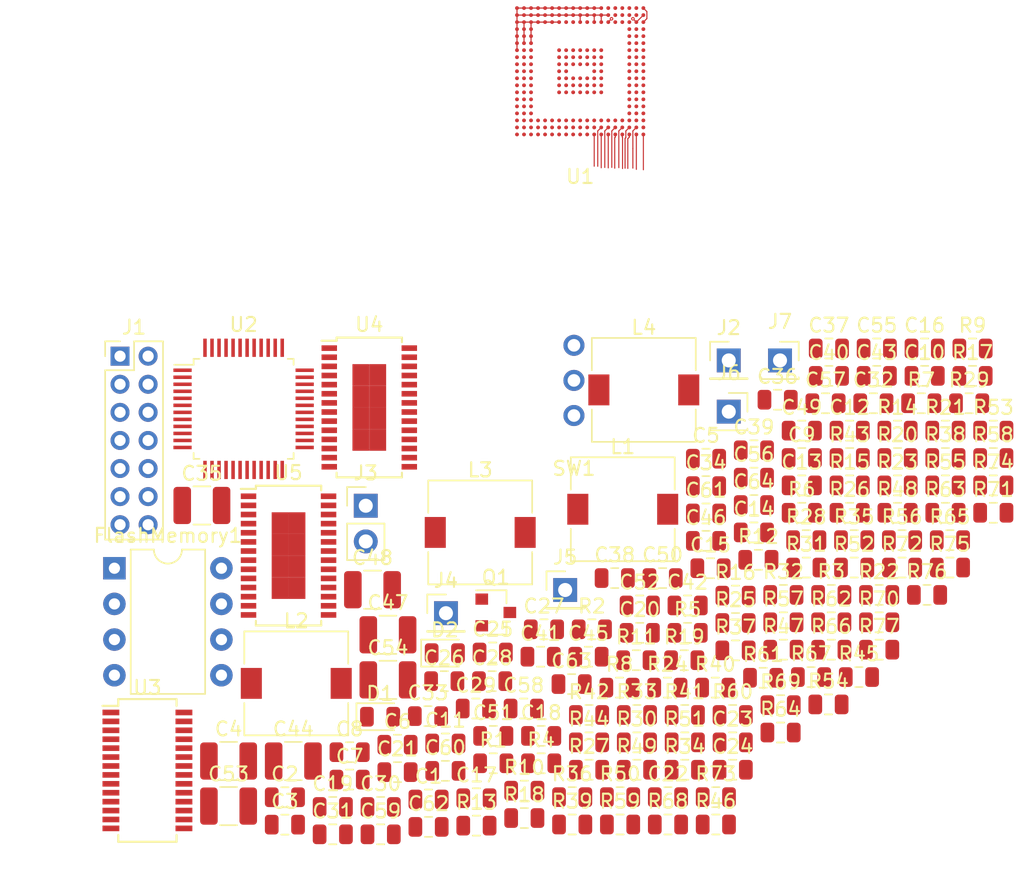
<source format=kicad_pcb>
(kicad_pcb (version 20171130) (host pcbnew "(5.0.0)")
  (layers (0 F.Cu signal) (1 In1.Cu signal) (2 In2.Cu signal) (31 B.Cu signal) (34 B.Paste user) (35 F.Paste user) (36 B.SilkS user) (37 F.SilkS user) (38 B.Mask user) (39 F.Mask user) (44 Edge.Cuts user))
  (net 0 "")
  (net 1 VCC3V3)
  (net 2 GND)
  (net 3 AGND)
  (net 4 "Net-(C5-Pad2)")
  (net 5 VCC3V3FPGA)
  (net 6 5V)
  (net 7 BDGND)
  (net 8 VCC3V3ADCFLASH)
  (net 9 VCC1V0)
  (net 10 VCC1V8)
  (net 11 "Net-(C25-Pad1)")
  (net 12 "Net-(C31-Pad1)")
  (net 13 "Net-(C37-Pad1)")
  (net 14 "Net-(C38-Pad1)")
  (net 15 "Net-(C38-Pad2)")
  (net 16 "Net-(C39-Pad2)")
  (net 17 "Net-(C39-Pad1)")
  (net 18 "Net-(C42-Pad1)")
  (net 19 "Net-(C42-Pad2)")
  (net 20 "Net-(C43-Pad2)")
  (net 21 "Net-(C43-Pad1)")
  (net 22 EN)
  (net 23 "Net-(D1-Pad2)")
  (net 24 "Net-(D2-Pad1)")
  (net 25 "Net-(D2-Pad2)")
  (net 26 "Net-(FlashMemory1-Pad1)")
  (net 27 "Net-(FlashMemory1-Pad5)")
  (net 28 "Net-(FlashMemory1-Pad2)")
  (net 29 "Net-(FlashMemory1-Pad6)")
  (net 30 "Net-(FlashMemory1-Pad3)")
  (net 31 "Net-(FlashMemory1-Pad7)")
  (net 32 "Net-(J1-Pad4)")
  (net 33 "Net-(J1-Pad6)")
  (net 34 "Net-(J1-Pad8)")
  (net 35 "Net-(J1-Pad10)")
  (net 36 "Net-(J1-Pad12)")
  (net 37 "Net-(J1-Pad14)")
  (net 38 "Net-(J2-Pad1)")
  (net 39 "Net-(J4-Pad1)")
  (net 40 "Net-(J6-Pad1)")
  (net 41 LEDPWRUP)
  (net 42 "Net-(R1-Pad1)")
  (net 43 ADCRESET)
  (net 44 "Net-(R2-Pad1)")
  (net 45 "Net-(R3-Pad1)")
  (net 46 CONVSTART)
  (net 47 OUTENABLE)
  (net 48 "Net-(R4-Pad1)")
  (net 49 "Net-(R5-Pad1)")
  (net 50 ADCCS)
  (net 51 ADCBUSY)
  (net 52 "Net-(R6-Pad1)")
  (net 53 "Net-(R7-Pad1)")
  (net 54 "Net-(R8-Pad2)")
  (net 55 "Net-(R10-Pad1)")
  (net 56 "Net-(R11-Pad2)")
  (net 57 "Net-(R12-Pad2)")
  (net 58 "Net-(R13-Pad2)")
  (net 59 "Net-(R14-Pad1)")
  (net 60 "Net-(R15-Pad2)")
  (net 61 "Net-(R16-Pad1)")
  (net 62 "Net-(R17-Pad2)")
  (net 63 "Net-(R19-Pad2)")
  (net 64 "Net-(R21-Pad1)")
  (net 65 DACCLR)
  (net 66 "Net-(R22-Pad1)")
  (net 67 D15)
  (net 68 D14)
  (net 69 "Net-(R23-Pad1)")
  (net 70 "Net-(R24-Pad1)")
  (net 71 D13)
  (net 72 D12)
  (net 73 "Net-(R25-Pad1)")
  (net 74 "Net-(R26-Pad1)")
  (net 75 D11)
  (net 76 D10)
  (net 77 "Net-(R27-Pad1)")
  (net 78 "Net-(R28-Pad1)")
  (net 79 D9)
  (net 80 D8)
  (net 81 "Net-(R29-Pad1)")
  (net 82 "Net-(R30-Pad1)")
  (net 83 D7)
  (net 84 D6)
  (net 85 "Net-(R31-Pad1)")
  (net 86 "Net-(R32-Pad1)")
  (net 87 D5)
  (net 88 D4)
  (net 89 "Net-(R33-Pad1)")
  (net 90 "Net-(R34-Pad1)")
  (net 91 D3)
  (net 92 D2)
  (net 93 "Net-(R35-Pad1)")
  (net 94 "Net-(R36-Pad1)")
  (net 95 D1)
  (net 96 D0)
  (net 97 "Net-(R37-Pad1)")
  (net 98 "Net-(R38-Pad1)")
  (net 99 DACWRITE)
  (net 100 "Net-(R39-Pad1)")
  (net 101 ASYNCHDAC)
  (net 102 "Net-(R41-Pad2)")
  (net 103 "Net-(R42-Pad1)")
  (net 104 "Net-(R43-Pad1)")
  (net 105 "Net-(R44-Pad2)")
  (net 106 "Net-(R45-Pad1)")
  (net 107 "Net-(R46-Pad1)")
  (net 108 "Net-(R47-Pad1)")
  (net 109 "Net-(R48-Pad1)")
  (net 110 "Net-(R49-Pad1)")
  (net 111 DB0)
  (net 112 DB1)
  (net 113 "Net-(R50-Pad1)")
  (net 114 "Net-(R51-Pad1)")
  (net 115 DB2)
  (net 116 DB3)
  (net 117 "Net-(R52-Pad1)")
  (net 118 "Net-(R53-Pad1)")
  (net 119 DB4)
  (net 120 "Net-(R54-Pad1)")
  (net 121 DB5)
  (net 122 "Net-(R55-Pad1)")
  (net 123 DB6)
  (net 124 DB7)
  (net 125 "Net-(R56-Pad1)")
  (net 126 "Net-(R57-Pad1)")
  (net 127 DB8)
  (net 128 DB9)
  (net 129 "Net-(R58-Pad1)")
  (net 130 "Net-(R59-Pad1)")
  (net 131 DB10)
  (net 132 DB11)
  (net 133 "Net-(R60-Pad1)")
  (net 134 "Net-(R61-Pad1)")
  (net 135 DB12)
  (net 136 DB13)
  (net 137 "Net-(R62-Pad1)")
  (net 138 "Net-(R63-Pad1)")
  (net 139 DB14)
  (net 140 DB15)
  (net 141 "Net-(R64-Pad1)")
  (net 142 "Net-(R65-Pad2)")
  (net 143 "Net-(R67-Pad2)")
  (net 144 "Net-(R69-Pad2)")
  (net 145 "Net-(R71-Pad2)")
  (net 146 "Net-(R74-Pad2)")
  (net 147 "Net-(R77-Pad2)")
  (net 148 "Net-(U1-PadH1)")
  (net 149 "Net-(U1-PadJ1)")
  (net 150 "Net-(U1-PadL1)")
  (net 151 "Net-(U1-PadM1)")
  (net 152 "Net-(U1-PadN1)")
  (net 153 "Net-(U1-PadP1)")
  (net 154 "Net-(U1-PadU1)")
  (net 155 "Net-(U1-PadG2)")
  (net 156 "Net-(U1-PadH2)")
  (net 157 "Net-(U1-PadJ2)")
  (net 158 "Net-(U1-PadK2)")
  (net 159 "Net-(U1-PadL2)")
  (net 160 "Net-(U1-PadM2)")
  (net 161 "Net-(U1-PadN2)")
  (net 162 "Net-(U1-PadU2)")
  (net 163 "Net-(U1-PadG3)")
  (net 164 "Net-(U1-PadJ3)")
  (net 165 "Net-(U1-PadK3)")
  (net 166 "Net-(U1-PadL3)")
  (net 167 "Net-(U1-PadM3)")
  (net 168 "Net-(U1-PadN3)")
  (net 169 "Net-(U1-PadP3)")
  (net 170 "Net-(U1-PadU3)")
  (net 171 "Net-(U1-PadW3)")
  (net 172 "Net-(U1-PadU4)")
  (net 173 "Net-(U1-PadV4)")
  (net 174 "Net-(U1-PadW4)")
  (net 175 "Net-(U1-PadU5)")
  (net 176 "Net-(U1-PadV5)")
  (net 177 "Net-(U1-PadW5)")
  (net 178 "Net-(U1-PadW6)")
  (net 179 "Net-(U1-PadU7)")
  (net 180 "Net-(U1-PadV7)")
  (net 181 "Net-(U1-PadW7)")
  (net 182 "Net-(U1-PadU8)")
  (net 183 "Net-(U1-PadV8)")
  (net 184 "Net-(U1-PadV13)")
  (net 185 "Net-(U1-PadA14)")
  (net 186 "Net-(U1-PadU14)")
  (net 187 "Net-(U1-PadV14)")
  (net 188 "Net-(U1-PadA15)")
  (net 189 "Net-(U1-PadB15)")
  (net 190 "Net-(U1-PadC15)")
  (net 191 "Net-(U1-PadA16)")
  (net 192 "Net-(U1-PadB16)")
  (net 193 "Net-(U1-PadC16)")
  (net 194 "Net-(U1-PadA17)")
  (net 195 "Net-(U1-PadB17)")
  (net 196 "Net-(U1-PadC17)")
  (net 197 "Net-(U1-PadD17)")
  (net 198 "Net-(U1-PadG17)")
  (net 199 "Net-(U1-PadH17)")
  (net 200 "Net-(U1-PadA18)")
  (net 201 "Net-(U1-PadB18)")
  (net 202 "Net-(U1-PadE18)")
  (net 203 "Net-(U1-PadE19)")
  (net 204 "Net-(U1-PadG19)")
  (net 205 "Net-(U1-PadH19)")
  (net 206 "Net-(U1-PadJ19)")
  (net 207 "Net-(U1-PadU19)")
  (net 208 "Net-(U1-PadV19)")
  (net 209 "Net-(U2-Pad3)")
  (net 210 "Net-(U3-Pad22)")
  (net 211 DAC_out)
  (net 212 "Net-(U4-Pad25)")
  (net 213 "Net-(U4-Pad19)")
  (net 214 "Net-(U4-Pad16)")
  (net 215 "Net-(U4-Pad13)")
  (net 216 "Net-(U4-Pad11)")
  (net 217 "Net-(U4-Pad2)")
  (net 218 "Net-(U5-Pad2)")
  (net 219 "Net-(U5-Pad13)")
  (net 220 "Net-(U5-Pad18)")
  (module Capacitor_SMD:C_0805_2012Metric (layer F.Cu) (at 130.048001 99.516001)
    (fp_text reference C1 (at 0 -1.65) (layer F.SilkS))
    (fp_text value 47nF)
    (pad 2 smd roundrect (at 0.9375 0) (size 0.975 1.4) (layers F.Cu F.Paste F.Mask) (net 1 VCC3V3))
    (pad 1 smd roundrect (at -0.9375 0) (size 0.975 1.4) (layers F.Cu F.Paste F.Mask) (net 2 GND))
  )
  (module Capacitor_SMD:C_0805_2012Metric (layer F.Cu) (at 119.818001 99.356001)
    (fp_text reference C2 (at 0 -1.65) (layer F.SilkS))
    (fp_text value 470nF)
    (pad 1 smd roundrect (at -0.9375 0) (size 0.975 1.4) (layers F.Cu F.Paste F.Mask) (net 2 GND))
    (pad 2 smd roundrect (at 0.9375 0) (size 0.975 1.4) (layers F.Cu F.Paste F.Mask) (net 1 VCC3V3))
  )
  (module Capacitor_SMD:C_0805_2012Metric (layer F.Cu) (at 119.818001 101.306001)
    (fp_text reference C3 (at 0 -1.65) (layer F.SilkS))
    (fp_text value 4.7uF)
    (pad 1 smd roundrect (at -0.9375 0) (size 0.975 1.4) (layers F.Cu F.Paste F.Mask) (net 2 GND))
    (pad 2 smd roundrect (at 0.9375 0) (size 0.975 1.4) (layers F.Cu F.Paste F.Mask) (net 1 VCC3V3))
  )
  (module Capacitor_SMD:C_1210_3225Metric (layer F.Cu) (at 115.808001 96.776001)
    (fp_text reference C4 (at 0 -2.28) (layer F.SilkS))
    (fp_text value 100uF)
    (pad 1 smd roundrect (at -1.4 0) (size 1.25 2.65) (layers F.Cu F.Paste F.Mask) (roundrect_rratio 0.2) (net 2 GND))
    (pad 2 smd roundrect (at 1.4 0) (size 1.25 2.65) (layers F.Cu F.Paste F.Mask) (roundrect_rratio 0.2) (net 1 VCC3V3))
  )
  (module Capacitor_SMD:C_0805_2012Metric (layer F.Cu) (at 149.808001 75.246001)
    (fp_text reference C5 (at 0 -1.65) (layer F.SilkS))
    (fp_text value 0.1uF)
    (pad 1 smd roundrect (at -0.9375 0) (size 0.975 1.4) (layers F.Cu F.Paste F.Mask) (net 3 AGND))
    (pad 2 smd roundrect (at 0.9375 0) (size 0.975 1.4) (layers F.Cu F.Paste F.Mask) (net 4 "Net-(C5-Pad2)"))
  )
  (module Capacitor_SMD:C_0805_2012Metric (layer F.Cu) (at 127.838001 95.616001)
    (fp_text reference C6 (at 0 -1.65) (layer F.SilkS))
    (fp_text value 1uF)
    (pad 2 smd roundrect (at 0.9375 0) (size 0.975 1.4) (layers F.Cu F.Paste F.Mask) (net 4 "Net-(C5-Pad2)"))
    (pad 1 smd roundrect (at -0.9375 0) (size 0.975 1.4) (layers F.Cu F.Paste F.Mask) (net 3 AGND))
  )
  (module Capacitor_SMD:C_0805_2012Metric (layer F.Cu) (at 124.428001 98.096001)
    (fp_text reference C7 (at 0 -1.65) (layer F.SilkS))
    (fp_text value 47nF)
    (pad 2 smd roundrect (at 0.9375 0) (size 0.975 1.4) (layers F.Cu F.Paste F.Mask) (net 2 GND))
    (pad 1 smd roundrect (at -0.9375 0) (size 0.975 1.4) (layers F.Cu F.Paste F.Mask) (net 5 VCC3V3FPGA))
  )
  (module Capacitor_SMD:C_0805_2012Metric (layer F.Cu) (at 124.428001 96.146001)
    (fp_text reference C8 (at 0 -1.65) (layer F.SilkS))
    (fp_text value 47nF)
    (pad 1 smd roundrect (at -0.9375 0) (size 0.975 1.4) (layers F.Cu F.Paste F.Mask) (net 2 GND))
    (pad 2 smd roundrect (at 0.9375 0) (size 0.975 1.4) (layers F.Cu F.Paste F.Mask) (net 1 VCC3V3))
  )
  (module Capacitor_SMD:C_0805_2012Metric (layer F.Cu) (at 156.628001 75.196001)
    (fp_text reference C9 (at 0 -1.65) (layer F.SilkS))
    (fp_text value 0.1uF)
    (pad 1 smd roundrect (at -0.9375 0) (size 0.975 1.4) (layers F.Cu F.Paste F.Mask) (net 3 AGND))
    (pad 2 smd roundrect (at 0.9375 0) (size 0.975 1.4) (layers F.Cu F.Paste F.Mask) (net 6 5V))
  )
  (module Capacitor_SMD:C_0805_2012Metric (layer F.Cu) (at 165.378001 69.346001)
    (fp_text reference C10 (at 0 -1.65) (layer F.SilkS))
    (fp_text value 10uF)
    (pad 2 smd roundrect (at 0.9375 0) (size 0.975 1.4) (layers F.Cu F.Paste F.Mask) (net 6 5V))
    (pad 1 smd roundrect (at -0.9375 0) (size 0.975 1.4) (layers F.Cu F.Paste F.Mask) (net 3 AGND))
  )
  (module Capacitor_SMD:C_0805_2012Metric (layer F.Cu) (at 131.248001 95.526001)
    (fp_text reference C11 (at 0 -1.65) (layer F.SilkS))
    (fp_text value 470nF)
    (pad 1 smd roundrect (at -0.9375 0) (size 0.975 1.4) (layers F.Cu F.Paste F.Mask) (net 5 VCC3V3FPGA))
    (pad 2 smd roundrect (at 0.9375 0) (size 0.975 1.4) (layers F.Cu F.Paste F.Mask) (net 2 GND))
  )
  (module Capacitor_SMD:C_0805_2012Metric (layer F.Cu) (at 160.038001 73.246001)
    (fp_text reference C12 (at 0 -1.65) (layer F.SilkS))
    (fp_text value 0.1uF)
    (pad 2 smd roundrect (at 0.9375 0) (size 0.975 1.4) (layers F.Cu F.Paste F.Mask) (net 7 BDGND))
    (pad 1 smd roundrect (at -0.9375 0) (size 0.975 1.4) (layers F.Cu F.Paste F.Mask) (net 8 VCC3V3ADCFLASH))
  )
  (module Capacitor_SMD:C_0805_2012Metric (layer F.Cu) (at 156.628001 77.146001)
    (fp_text reference C13 (at 0 -1.65) (layer F.SilkS))
    (fp_text value 470nF)
    (pad 2 smd roundrect (at 0.9375 0) (size 0.975 1.4) (layers F.Cu F.Paste F.Mask) (net 1 VCC3V3))
    (pad 1 smd roundrect (at -0.9375 0) (size 0.975 1.4) (layers F.Cu F.Paste F.Mask) (net 2 GND))
  )
  (module Capacitor_SMD:C_0805_2012Metric (layer F.Cu) (at 153.218001 80.496001)
    (fp_text reference C14 (at 0 -1.65) (layer F.SilkS))
    (fp_text value 4.7uF)
    (pad 2 smd roundrect (at 0.9375 0) (size 0.975 1.4) (layers F.Cu F.Paste F.Mask) (net 2 GND))
    (pad 1 smd roundrect (at -0.9375 0) (size 0.975 1.4) (layers F.Cu F.Paste F.Mask) (net 5 VCC3V3FPGA))
  )
  (module Capacitor_SMD:C_0805_2012Metric (layer F.Cu) (at 150.128001 83.046001)
    (fp_text reference C15 (at 0 -1.65) (layer F.SilkS))
    (fp_text value 4.7uF)
    (pad 1 smd roundrect (at -0.9375 0) (size 0.975 1.4) (layers F.Cu F.Paste F.Mask) (net 2 GND))
    (pad 2 smd roundrect (at 0.9375 0) (size 0.975 1.4) (layers F.Cu F.Paste F.Mask) (net 1 VCC3V3))
  )
  (module Capacitor_SMD:C_0805_2012Metric (layer F.Cu) (at 165.378001 67.396001)
    (fp_text reference C16 (at 0 -1.65) (layer F.SilkS))
    (fp_text value 47uF)
    (pad 1 smd roundrect (at -0.9375 0) (size 0.975 1.4) (layers F.Cu F.Paste F.Mask) (net 9 VCC1V0))
    (pad 2 smd roundrect (at 0.9375 0) (size 0.975 1.4) (layers F.Cu F.Paste F.Mask) (net 2 GND))
  )
  (module Capacitor_SMD:C_0805_2012Metric (layer F.Cu) (at 133.458001 99.426001)
    (fp_text reference C17 (at 0 -1.65) (layer F.SilkS))
    (fp_text value 47uF)
    (pad 1 smd roundrect (at -0.9375 0) (size 0.975 1.4) (layers F.Cu F.Paste F.Mask) (net 10 VCC1V8))
    (pad 2 smd roundrect (at 0.9375 0) (size 0.975 1.4) (layers F.Cu F.Paste F.Mask) (net 2 GND))
  )
  (module Capacitor_SMD:C_0805_2012Metric (layer F.Cu) (at 138.068001 94.986001)
    (fp_text reference C18 (at 0 -1.65) (layer F.SilkS))
    (fp_text value 470nF)
    (pad 2 smd roundrect (at 0.9375 0) (size 0.975 1.4) (layers F.Cu F.Paste F.Mask) (net 2 GND))
    (pad 1 smd roundrect (at -0.9375 0) (size 0.975 1.4) (layers F.Cu F.Paste F.Mask) (net 10 VCC1V8))
  )
  (module Capacitor_SMD:C_0805_2012Metric (layer F.Cu) (at 123.228001 100.046001)
    (fp_text reference C19 (at 0 -1.65) (layer F.SilkS))
    (fp_text value 4.7uF)
    (pad 2 smd roundrect (at 0.9375 0) (size 0.975 1.4) (layers F.Cu F.Paste F.Mask) (net 2 GND))
    (pad 1 smd roundrect (at -0.9375 0) (size 0.975 1.4) (layers F.Cu F.Paste F.Mask) (net 9 VCC1V0))
  )
  (module Capacitor_SMD:C_0805_2012Metric (layer F.Cu) (at 145.088001 87.646001)
    (fp_text reference C20 (at 0 -1.65) (layer F.SilkS))
    (fp_text value 47nF)
    (pad 1 smd roundrect (at -0.9375 0) (size 0.975 1.4) (layers F.Cu F.Paste F.Mask) (net 10 VCC1V8))
    (pad 2 smd roundrect (at 0.9375 0) (size 0.975 1.4) (layers F.Cu F.Paste F.Mask) (net 2 GND))
  )
  (module Capacitor_SMD:C_0805_2012Metric (layer F.Cu) (at 127.838001 97.566001)
    (fp_text reference C21 (at 0 -1.65) (layer F.SilkS))
    (fp_text value 100nF)
    (pad 1 smd roundrect (at -0.9375 0) (size 0.975 1.4) (layers F.Cu F.Paste F.Mask) (net 5 VCC3V3FPGA))
    (pad 2 smd roundrect (at 0.9375 0) (size 0.975 1.4) (layers F.Cu F.Paste F.Mask) (net 2 GND))
  )
  (module Capacitor_SMD:C_0805_2012Metric (layer F.Cu) (at 147.098001 99.346001)
    (fp_text reference C22 (at 0 -1.65) (layer F.SilkS))
    (fp_text value 47uF)
    (pad 1 smd roundrect (at -0.9375 0) (size 0.975 1.4) (layers F.Cu F.Paste F.Mask) (net 9 VCC1V0))
    (pad 2 smd roundrect (at 0.9375 0) (size 0.975 1.4) (layers F.Cu F.Paste F.Mask) (net 2 GND))
  )
  (module Capacitor_SMD:C_0805_2012Metric (layer F.Cu) (at 151.708001 95.446001)
    (fp_text reference C23 (at 0 -1.65) (layer F.SilkS))
    (fp_text value 0.1uF)
    (pad 2 smd roundrect (at 0.9375 0) (size 0.975 1.4) (layers F.Cu F.Paste F.Mask) (net 2 GND))
    (pad 1 smd roundrect (at -0.9375 0) (size 0.975 1.4) (layers F.Cu F.Paste F.Mask) (net 6 5V))
  )
  (module Capacitor_SMD:C_0805_2012Metric (layer F.Cu) (at 151.708001 97.396001)
    (fp_text reference C24 (at 0 -1.65) (layer F.SilkS))
    (fp_text value 47nF)
    (pad 1 smd roundrect (at -0.9375 0) (size 0.975 1.4) (layers F.Cu F.Paste F.Mask) (net 9 VCC1V0))
    (pad 2 smd roundrect (at 0.9375 0) (size 0.975 1.4) (layers F.Cu F.Paste F.Mask) (net 2 GND))
  )
  (module Capacitor_SMD:C_0805_2012Metric (layer F.Cu) (at 134.618001 89.046001)
    (fp_text reference C25 (at 0 -1.65) (layer F.SilkS))
    (fp_text value 2.2uF)
    (pad 2 smd roundrect (at 0.9375 0) (size 0.975 1.4) (layers F.Cu F.Paste F.Mask) (net 2 GND))
    (pad 1 smd roundrect (at -0.9375 0) (size 0.975 1.4) (layers F.Cu F.Paste F.Mask) (net 11 "Net-(C25-Pad1)"))
  )
  (module Capacitor_SMD:C_0805_2012Metric (layer F.Cu) (at 131.168001 91.086001)
    (fp_text reference C26 (at 0 -1.65) (layer F.SilkS))
    (fp_text value 470nF)
    (pad 2 smd roundrect (at 0.9375 0) (size 0.975 1.4) (layers F.Cu F.Paste F.Mask) (net 2 GND))
    (pad 1 smd roundrect (at -0.9375 0) (size 0.975 1.4) (layers F.Cu F.Paste F.Mask) (net 9 VCC1V0))
  )
  (module Capacitor_SMD:C_0805_2012Metric (layer F.Cu) (at 138.268001 87.396001)
    (fp_text reference C27 (at 0 -1.65) (layer F.SilkS))
    (fp_text value 47nF)
    (pad 2 smd roundrect (at 0.9375 0) (size 0.975 1.4) (layers F.Cu F.Paste F.Mask) (net 2 GND))
    (pad 1 smd roundrect (at -0.9375 0) (size 0.975 1.4) (layers F.Cu F.Paste F.Mask) (net 9 VCC1V0))
  )
  (module Capacitor_SMD:C_0805_2012Metric (layer F.Cu) (at 134.578001 91.086001)
    (fp_text reference C28 (at 0 -1.65) (layer F.SilkS))
    (fp_text value 47nF)
    (pad 2 smd roundrect (at 0.9375 0) (size 0.975 1.4) (layers F.Cu F.Paste F.Mask) (net 2 GND))
    (pad 1 smd roundrect (at -0.9375 0) (size 0.975 1.4) (layers F.Cu F.Paste F.Mask) (net 9 VCC1V0))
  )
  (module Capacitor_SMD:C_0805_2012Metric (layer F.Cu) (at 133.418001 93.036001)
    (fp_text reference C29 (at 0 -1.65) (layer F.SilkS))
    (fp_text value 470nF)
    (pad 2 smd roundrect (at 0.9375 0) (size 0.975 1.4) (layers F.Cu F.Paste F.Mask) (net 2 GND))
    (pad 1 smd roundrect (at -0.9375 0) (size 0.975 1.4) (layers F.Cu F.Paste F.Mask) (net 9 VCC1V0))
  )
  (module Capacitor_SMD:C_0805_2012Metric (layer F.Cu) (at 126.638001 100.046001)
    (fp_text reference C30 (at 0 -1.65) (layer F.SilkS))
    (fp_text value 47nF)
    (pad 1 smd roundrect (at -0.9375 0) (size 0.975 1.4) (layers F.Cu F.Paste F.Mask) (net 9 VCC1V0))
    (pad 2 smd roundrect (at 0.9375 0) (size 0.975 1.4) (layers F.Cu F.Paste F.Mask) (net 2 GND))
  )
  (module Capacitor_SMD:C_0805_2012Metric (layer F.Cu) (at 123.228001 101.996001)
    (fp_text reference C31 (at 0 -1.65) (layer F.SilkS))
    (fp_text value 2.2uF)
    (pad 1 smd roundrect (at -0.9375 0) (size 0.975 1.4) (layers F.Cu F.Paste F.Mask) (net 12 "Net-(C31-Pad1)"))
    (pad 2 smd roundrect (at 0.9375 0) (size 0.975 1.4) (layers F.Cu F.Paste F.Mask) (net 2 GND))
  )
  (module Capacitor_SMD:C_0805_2012Metric (layer F.Cu) (at 161.728001 71.296001)
    (fp_text reference C32 (at 0 -1.65) (layer F.SilkS))
    (fp_text value 470nF)
    (pad 2 smd roundrect (at 0.9375 0) (size 0.975 1.4) (layers F.Cu F.Paste F.Mask) (net 2 GND))
    (pad 1 smd roundrect (at -0.9375 0) (size 0.975 1.4) (layers F.Cu F.Paste F.Mask) (net 9 VCC1V0))
  )
  (module Capacitor_SMD:C_0805_2012Metric (layer F.Cu) (at 130.008001 93.576001)
    (fp_text reference C33 (at 0 -1.65) (layer F.SilkS))
    (fp_text value 4.7uF)
    (pad 1 smd roundrect (at -0.9375 0) (size 0.975 1.4) (layers F.Cu F.Paste F.Mask) (net 9 VCC1V0))
    (pad 2 smd roundrect (at 0.9375 0) (size 0.975 1.4) (layers F.Cu F.Paste F.Mask) (net 2 GND))
  )
  (module Capacitor_SMD:C_0805_2012Metric (layer F.Cu) (at 149.808001 77.196001)
    (fp_text reference C34 (at 0 -1.65) (layer F.SilkS))
    (fp_text value 4.7uF)
    (pad 2 smd roundrect (at 0.9375 0) (size 0.975 1.4) (layers F.Cu F.Paste F.Mask) (net 2 GND))
    (pad 1 smd roundrect (at -0.9375 0) (size 0.975 1.4) (layers F.Cu F.Paste F.Mask) (net 9 VCC1V0))
  )
  (module Capacitor_SMD:C_1210_3225Metric (layer F.Cu) (at 113.908001 78.576001)
    (fp_text reference C35 (at 0 -2.28) (layer F.SilkS))
    (fp_text value 100uF)
    (pad 2 smd roundrect (at 1.4 0) (size 1.25 2.65) (layers F.Cu F.Paste F.Mask) (roundrect_rratio 0.2) (net 2 GND))
    (pad 1 smd roundrect (at -1.4 0) (size 1.25 2.65) (layers F.Cu F.Paste F.Mask) (roundrect_rratio 0.2) (net 9 VCC1V0))
  )
  (module Capacitor_SMD:C_0805_2012Metric (layer F.Cu) (at 154.908001 71.046001)
    (fp_text reference C36 (at 0 -1.65) (layer F.SilkS))
    (fp_text value 47nF)
    (pad 2 smd roundrect (at 0.9375 0) (size 0.975 1.4) (layers F.Cu F.Paste F.Mask) (net 2 GND))
    (pad 1 smd roundrect (at -0.9375 0) (size 0.975 1.4) (layers F.Cu F.Paste F.Mask) (net 1 VCC3V3))
  )
  (module Capacitor_SMD:C_0805_2012Metric (layer F.Cu) (at 158.558001 67.396001)
    (fp_text reference C37 (at 0 -1.65) (layer F.SilkS))
    (fp_text value 100nF)
    (pad 2 smd roundrect (at 0.9375 0) (size 0.975 1.4) (layers F.Cu F.Paste F.Mask) (net 2 GND))
    (pad 1 smd roundrect (at -0.9375 0) (size 0.975 1.4) (layers F.Cu F.Paste F.Mask) (net 13 "Net-(C37-Pad1)"))
  )
  (module Capacitor_SMD:C_0805_2012Metric (layer F.Cu) (at 143.308001 83.746001)
    (fp_text reference C38 (at 0 -1.65) (layer F.SilkS))
    (fp_text value 100nF)
    (pad 1 smd roundrect (at -0.9375 0) (size 0.975 1.4) (layers F.Cu F.Paste F.Mask) (net 14 "Net-(C38-Pad1)"))
    (pad 2 smd roundrect (at 0.9375 0) (size 0.975 1.4) (layers F.Cu F.Paste F.Mask) (net 15 "Net-(C38-Pad2)"))
  )
  (module Capacitor_SMD:C_0805_2012Metric (layer F.Cu) (at 153.218001 74.646001)
    (fp_text reference C39 (at 0 -1.65) (layer F.SilkS))
    (fp_text value 100nF)
    (pad 2 smd roundrect (at 0.9375 0) (size 0.975 1.4) (layers F.Cu F.Paste F.Mask) (net 16 "Net-(C39-Pad2)"))
    (pad 1 smd roundrect (at -0.9375 0) (size 0.975 1.4) (layers F.Cu F.Paste F.Mask) (net 17 "Net-(C39-Pad1)"))
  )
  (module Capacitor_SMD:C_0805_2012Metric (layer F.Cu) (at 158.558001 69.346001)
    (fp_text reference C40 (at 0 -1.65) (layer F.SilkS))
    (fp_text value 470nF)
    (pad 1 smd roundrect (at -0.9375 0) (size 0.975 1.4) (layers F.Cu F.Paste F.Mask) (net 1 VCC3V3))
    (pad 2 smd roundrect (at 0.9375 0) (size 0.975 1.4) (layers F.Cu F.Paste F.Mask) (net 2 GND))
  )
  (module Capacitor_SMD:C_0805_2012Metric (layer F.Cu) (at 138.028001 89.346001)
    (fp_text reference C41 (at 0 -1.65) (layer F.SilkS))
    (fp_text value 4.7uF)
    (pad 1 smd roundrect (at -0.9375 0) (size 0.975 1.4) (layers F.Cu F.Paste F.Mask) (net 1 VCC3V3))
    (pad 2 smd roundrect (at 0.9375 0) (size 0.975 1.4) (layers F.Cu F.Paste F.Mask) (net 2 GND))
  )
  (module Capacitor_SMD:C_0805_2012Metric (layer F.Cu) (at 148.498001 85.696001)
    (fp_text reference C42 (at 0 -1.65) (layer F.SilkS))
    (fp_text value 100nF)
    (pad 1 smd roundrect (at -0.9375 0) (size 0.975 1.4) (layers F.Cu F.Paste F.Mask) (net 18 "Net-(C42-Pad1)"))
    (pad 2 smd roundrect (at 0.9375 0) (size 0.975 1.4) (layers F.Cu F.Paste F.Mask) (net 19 "Net-(C42-Pad2)"))
  )
  (module Capacitor_SMD:C_0805_2012Metric (layer F.Cu) (at 161.968001 69.346001)
    (fp_text reference C43 (at 0 -1.65) (layer F.SilkS))
    (fp_text value 100nF)
    (pad 2 smd roundrect (at 0.9375 0) (size 0.975 1.4) (layers F.Cu F.Paste F.Mask) (net 20 "Net-(C43-Pad2)"))
    (pad 1 smd roundrect (at -0.9375 0) (size 0.975 1.4) (layers F.Cu F.Paste F.Mask) (net 21 "Net-(C43-Pad1)"))
  )
  (module Capacitor_SMD:C_1210_3225Metric (layer F.Cu) (at 120.418001 96.776001)
    (fp_text reference C44 (at 0 -2.28) (layer F.SilkS))
    (fp_text value 100uF)
    (pad 1 smd roundrect (at -1.4 0) (size 1.25 2.65) (layers F.Cu F.Paste F.Mask) (roundrect_rratio 0.2) (net 1 VCC3V3))
    (pad 2 smd roundrect (at 1.4 0) (size 1.25 2.65) (layers F.Cu F.Paste F.Mask) (roundrect_rratio 0.2) (net 2 GND))
  )
  (module Capacitor_SMD:C_0805_2012Metric (layer F.Cu) (at 141.438001 89.346001)
    (fp_text reference C45 (at 0 -1.65) (layer F.SilkS))
    (fp_text value 2.2uF)
    (pad 2 smd roundrect (at 0.9375 0) (size 0.975 1.4) (layers F.Cu F.Paste F.Mask) (net 2 GND))
    (pad 1 smd roundrect (at -0.9375 0) (size 0.975 1.4) (layers F.Cu F.Paste F.Mask) (net 6 5V))
  )
  (module Capacitor_SMD:C_0805_2012Metric (layer F.Cu) (at 149.808001 81.096001)
    (fp_text reference C46 (at 0 -1.65) (layer F.SilkS))
    (fp_text value 2.2uF)
    (pad 2 smd roundrect (at 0.9375 0) (size 0.975 1.4) (layers F.Cu F.Paste F.Mask) (net 2 GND))
    (pad 1 smd roundrect (at -0.9375 0) (size 0.975 1.4) (layers F.Cu F.Paste F.Mask) (net 6 5V))
  )
  (module Capacitor_SMD:C_1210_3225Metric (layer F.Cu) (at 127.158001 87.786001)
    (fp_text reference C47 (at 0 -2.28) (layer F.SilkS))
    (fp_text value 100uF)
    (pad 2 smd roundrect (at 1.4 0) (size 1.25 2.65) (layers F.Cu F.Paste F.Mask) (roundrect_rratio 0.2) (net 5 VCC3V3FPGA))
    (pad 1 smd roundrect (at -1.4 0) (size 1.25 2.65) (layers F.Cu F.Paste F.Mask) (roundrect_rratio 0.2) (net 2 GND))
  )
  (module Capacitor_SMD:C_1210_3225Metric (layer F.Cu) (at 126.058001 84.576001)
    (fp_text reference C48 (at 0 -2.28) (layer F.SilkS))
    (fp_text value 100uF)
    (pad 1 smd roundrect (at -1.4 0) (size 1.25 2.65) (layers F.Cu F.Paste F.Mask) (roundrect_rratio 0.2) (net 8 VCC3V3ADCFLASH))
    (pad 2 smd roundrect (at 1.4 0) (size 1.25 2.65) (layers F.Cu F.Paste F.Mask) (roundrect_rratio 0.2) (net 2 GND))
  )
  (module Capacitor_SMD:C_0805_2012Metric (layer F.Cu) (at 156.628001 73.246001)
    (fp_text reference C49 (at 0 -1.65) (layer F.SilkS))
    (fp_text value 2.2uF)
    (pad 1 smd roundrect (at -0.9375 0) (size 0.975 1.4) (layers F.Cu F.Paste F.Mask) (net 6 5V))
    (pad 2 smd roundrect (at 0.9375 0) (size 0.975 1.4) (layers F.Cu F.Paste F.Mask) (net 2 GND))
  )
  (module Capacitor_SMD:C_0805_2012Metric (layer F.Cu) (at 146.718001 83.746001)
    (fp_text reference C50 (at 0 -1.65) (layer F.SilkS))
    (fp_text value 2.2uF)
    (pad 1 smd roundrect (at -0.9375 0) (size 0.975 1.4) (layers F.Cu F.Paste F.Mask) (net 6 5V))
    (pad 2 smd roundrect (at 0.9375 0) (size 0.975 1.4) (layers F.Cu F.Paste F.Mask) (net 2 GND))
  )
  (module Capacitor_SMD:C_0805_2012Metric (layer F.Cu) (at 134.658001 94.986001)
    (fp_text reference C51 (at 0 -1.65) (layer F.SilkS))
    (fp_text value 47uF)
    (pad 1 smd roundrect (at -0.9375 0) (size 0.975 1.4) (layers F.Cu F.Paste F.Mask) (net 2 GND))
    (pad 2 smd roundrect (at 0.9375 0) (size 0.975 1.4) (layers F.Cu F.Paste F.Mask) (net 5 VCC3V3FPGA))
  )
  (module Capacitor_SMD:C_0805_2012Metric (layer F.Cu) (at 145.088001 85.696001)
    (fp_text reference C52 (at 0 -1.65) (layer F.SilkS))
    (fp_text value 47uF)
    (pad 2 smd roundrect (at 0.9375 0) (size 0.975 1.4) (layers F.Cu F.Paste F.Mask) (net 2 GND))
    (pad 1 smd roundrect (at -0.9375 0) (size 0.975 1.4) (layers F.Cu F.Paste F.Mask) (net 8 VCC3V3ADCFLASH))
  )
  (module Capacitor_SMD:C_1210_3225Metric (layer F.Cu) (at 115.808001 99.986001)
    (fp_text reference C53 (at 0 -2.28) (layer F.SilkS))
    (fp_text value 100uF)
    (pad 1 smd roundrect (at -1.4 0) (size 1.25 2.65) (layers F.Cu F.Paste F.Mask) (roundrect_rratio 0.2) (net 2 GND))
    (pad 2 smd roundrect (at 1.4 0) (size 1.25 2.65) (layers F.Cu F.Paste F.Mask) (roundrect_rratio 0.2) (net 9 VCC1V0))
  )
  (module Capacitor_SMD:C_1210_3225Metric (layer F.Cu) (at 127.158001 90.996001)
    (fp_text reference C54 (at 0 -2.28) (layer F.SilkS))
    (fp_text value 100uF)
    (pad 2 smd roundrect (at 1.4 0) (size 1.25 2.65) (layers F.Cu F.Paste F.Mask) (roundrect_rratio 0.2) (net 2 GND))
    (pad 1 smd roundrect (at -1.4 0) (size 1.25 2.65) (layers F.Cu F.Paste F.Mask) (roundrect_rratio 0.2) (net 10 VCC1V8))
  )
  (module Capacitor_SMD:C_0805_2012Metric (layer F.Cu) (at 161.968001 67.396001)
    (fp_text reference C55 (at 0 -1.65) (layer F.SilkS))
    (fp_text value 100nF)
    (pad 2 smd roundrect (at 0.9375 0) (size 0.975 1.4) (layers F.Cu F.Paste F.Mask) (net 5 VCC3V3FPGA))
    (pad 1 smd roundrect (at -0.9375 0) (size 0.975 1.4) (layers F.Cu F.Paste F.Mask) (net 2 GND))
  )
  (module Capacitor_SMD:C_0805_2012Metric (layer F.Cu) (at 153.218001 76.596001)
    (fp_text reference C56 (at 0 -1.65) (layer F.SilkS))
    (fp_text value 100nF)
    (pad 1 smd roundrect (at -0.9375 0) (size 0.975 1.4) (layers F.Cu F.Paste F.Mask) (net 8 VCC3V3ADCFLASH))
    (pad 2 smd roundrect (at 0.9375 0) (size 0.975 1.4) (layers F.Cu F.Paste F.Mask) (net 2 GND))
  )
  (module Capacitor_SMD:C_0805_2012Metric (layer F.Cu) (at 158.318001 71.296001)
    (fp_text reference C57 (at 0 -1.65) (layer F.SilkS))
    (fp_text value 47nF)
    (pad 1 smd roundrect (at -0.9375 0) (size 0.975 1.4) (layers F.Cu F.Paste F.Mask) (net 1 VCC3V3))
    (pad 2 smd roundrect (at 0.9375 0) (size 0.975 1.4) (layers F.Cu F.Paste F.Mask) (net 2 GND))
  )
  (module Capacitor_SMD:C_0805_2012Metric (layer F.Cu) (at 136.828001 93.036001)
    (fp_text reference C58 (at 0 -1.65) (layer F.SilkS))
    (fp_text value 47uF)
    (pad 1 smd roundrect (at -0.9375 0) (size 0.975 1.4) (layers F.Cu F.Paste F.Mask) (net 2 GND))
    (pad 2 smd roundrect (at 0.9375 0) (size 0.975 1.4) (layers F.Cu F.Paste F.Mask) (net 9 VCC1V0))
  )
  (module Capacitor_SMD:C_0805_2012Metric (layer F.Cu) (at 126.638001 101.996001)
    (fp_text reference C59 (at 0 -1.65) (layer F.SilkS))
    (fp_text value 47uF)
    (pad 1 smd roundrect (at -0.9375 0) (size 0.975 1.4) (layers F.Cu F.Paste F.Mask) (net 10 VCC1V8))
    (pad 2 smd roundrect (at 0.9375 0) (size 0.975 1.4) (layers F.Cu F.Paste F.Mask) (net 2 GND))
  )
  (module Capacitor_SMD:C_0805_2012Metric (layer F.Cu) (at 131.248001 97.476001)
    (fp_text reference C60 (at 0 -1.65) (layer F.SilkS))
    (fp_text value 470nF)
    (pad 1 smd roundrect (at -0.9375 0) (size 0.975 1.4) (layers F.Cu F.Paste F.Mask) (net 1 VCC3V3))
    (pad 2 smd roundrect (at 0.9375 0) (size 0.975 1.4) (layers F.Cu F.Paste F.Mask) (net 2 GND))
  )
  (module Capacitor_SMD:C_0805_2012Metric (layer F.Cu) (at 149.808001 79.146001)
    (fp_text reference C61 (at 0 -1.65) (layer F.SilkS))
    (fp_text value 100nF)
    (pad 2 smd roundrect (at 0.9375 0) (size 0.975 1.4) (layers F.Cu F.Paste F.Mask) (net 9 VCC1V0))
    (pad 1 smd roundrect (at -0.9375 0) (size 0.975 1.4) (layers F.Cu F.Paste F.Mask) (net 2 GND))
  )
  (module Capacitor_SMD:C_0805_2012Metric (layer F.Cu) (at 130.048001 101.466001)
    (fp_text reference C62 (at 0 -1.65) (layer F.SilkS))
    (fp_text value 100nF)
    (pad 2 smd roundrect (at 0.9375 0) (size 0.975 1.4) (layers F.Cu F.Paste F.Mask) (net 2 GND))
    (pad 1 smd roundrect (at -0.9375 0) (size 0.975 1.4) (layers F.Cu F.Paste F.Mask) (net 10 VCC1V8))
  )
  (module Capacitor_SMD:C_0805_2012Metric (layer F.Cu) (at 140.238001 91.296001)
    (fp_text reference C63 (at 0 -1.65) (layer F.SilkS))
    (fp_text value 4.7nF)
    (pad 2 smd roundrect (at 0.9375 0) (size 0.975 1.4) (layers F.Cu F.Paste F.Mask) (net 2 GND))
    (pad 1 smd roundrect (at -0.9375 0) (size 0.975 1.4) (layers F.Cu F.Paste F.Mask) (net 1 VCC3V3))
  )
  (module Capacitor_SMD:C_0805_2012Metric (layer F.Cu) (at 153.218001 78.546001)
    (fp_text reference C64 (at 0 -1.65) (layer F.SilkS))
    (fp_text value 100nF)
    (pad 1 smd roundrect (at -0.9375 0) (size 0.975 1.4) (layers F.Cu F.Paste F.Mask) (net 22 EN))
    (pad 2 smd roundrect (at 0.9375 0) (size 0.975 1.4) (layers F.Cu F.Paste F.Mask) (net 2 GND))
  )
  (module Diode_SMD:D_0805_2012Metric (layer F.Cu) (at 126.598001 93.621001)
    (fp_text reference D1 (at 0 -1.65) (layer F.SilkS))
    (fp_text value LED)
    (pad 1 smd roundrect (at -0.9375 0) (size 0.975 1.4) (layers F.Cu F.Paste F.Mask) (net 2 GND))
    (pad 2 smd roundrect (at 0.9375 0) (size 0.975 1.4) (layers F.Cu F.Paste F.Mask) (net 23 "Net-(D1-Pad2)"))
  )
  (module LED_SMD:LED_0805_2012Metric (layer F.Cu) (at 131.208001 89.091001)
    (fp_text reference D2 (at 0 -1.65) (layer F.SilkS))
    (fp_text value "LG R971")
    (pad 1 smd roundrect (at -0.9375 0) (size 0.975 1.4) (layers F.Cu F.Paste F.Mask) (net 24 "Net-(D2-Pad1)"))
    (pad 2 smd roundrect (at 0.9375 0) (size 0.975 1.4) (layers F.Cu F.Paste F.Mask) (net 25 "Net-(D2-Pad2)"))
  )
  (module Package_DIP:DIP-8_W7.62mm (layer F.Cu) (at 107.678001 83.046001)
    (fp_text reference FlashMemory1 (at 3.81 -2.33) (layer F.SilkS))
    (fp_text value Conn_02x04_Counter_Clockwise)
    (pad 1 thru_hole rect (at 0 0) (size 1.6 1.6) (drill 0.8) (layers *.Cu *.Mask) (net 26 "Net-(FlashMemory1-Pad1)"))
    (pad 5 thru_hole oval (at 7.62 7.62) (size 1.6 1.6) (drill 0.8) (layers *.Cu *.Mask) (net 27 "Net-(FlashMemory1-Pad5)"))
    (pad 2 thru_hole oval (at 0 2.54) (size 1.6 1.6) (drill 0.8) (layers *.Cu *.Mask) (net 28 "Net-(FlashMemory1-Pad2)"))
    (pad 6 thru_hole oval (at 7.62 5.08) (size 1.6 1.6) (drill 0.8) (layers *.Cu *.Mask) (net 29 "Net-(FlashMemory1-Pad6)"))
    (pad 3 thru_hole oval (at 0 5.08) (size 1.6 1.6) (drill 0.8) (layers *.Cu *.Mask) (net 30 "Net-(FlashMemory1-Pad3)"))
    (pad 7 thru_hole oval (at 7.62 2.54) (size 1.6 1.6) (drill 0.8) (layers *.Cu *.Mask) (net 31 "Net-(FlashMemory1-Pad7)"))
    (pad 4 thru_hole oval (at 0 7.62) (size 1.6 1.6) (drill 0.8) (layers *.Cu *.Mask) (net 2 GND))
    (pad 8 thru_hole oval (at 7.62 0) (size 1.6 1.6) (drill 0.8) (layers *.Cu *.Mask) (net 8 VCC3V3ADCFLASH))
  )
  (module Connector_PinHeader_2.00mm:PinHeader_2x07_P2.00mm_Vertical (layer F.Cu) (at 108.078001 67.946001)
    (fp_text reference J1 (at 1 -2.06) (layer F.SilkS))
    (fp_text value Conn_02x07_Odd_Even)
    (pad 1 thru_hole rect (at 0 0) (size 1.35 1.35) (drill 0.8) (layers *.Cu *.Mask) (net 2 GND))
    (pad 2 thru_hole oval (at 2 0) (size 1.35 1.35) (drill 0.8) (layers *.Cu *.Mask) (net 5 VCC3V3FPGA))
    (pad 3 thru_hole oval (at 0 2) (size 1.35 1.35) (drill 0.8) (layers *.Cu *.Mask) (net 2 GND))
    (pad 4 thru_hole oval (at 2 2) (size 1.35 1.35) (drill 0.8) (layers *.Cu *.Mask) (net 32 "Net-(J1-Pad4)"))
    (pad 5 thru_hole oval (at 0 4) (size 1.35 1.35) (drill 0.8) (layers *.Cu *.Mask) (net 2 GND))
    (pad 6 thru_hole oval (at 2 4) (size 1.35 1.35) (drill 0.8) (layers *.Cu *.Mask) (net 33 "Net-(J1-Pad6)"))
    (pad 7 thru_hole oval (at 0 6) (size 1.35 1.35) (drill 0.8) (layers *.Cu *.Mask) (net 2 GND))
    (pad 8 thru_hole oval (at 2 6) (size 1.35 1.35) (drill 0.8) (layers *.Cu *.Mask) (net 34 "Net-(J1-Pad8)"))
    (pad 9 thru_hole oval (at 0 8) (size 1.35 1.35) (drill 0.8) (layers *.Cu *.Mask) (net 2 GND))
    (pad 10 thru_hole oval (at 2 8) (size 1.35 1.35) (drill 0.8) (layers *.Cu *.Mask) (net 35 "Net-(J1-Pad10)"))
    (pad 11 thru_hole oval (at 0 10) (size 1.35 1.35) (drill 0.8) (layers *.Cu *.Mask) (net 2 GND))
    (pad 12 thru_hole oval (at 2 10) (size 1.35 1.35) (drill 0.8) (layers *.Cu *.Mask) (net 36 "Net-(J1-Pad12)"))
    (pad 13 thru_hole oval (at 0 12) (size 1.35 1.35) (drill 0.8) (layers *.Cu *.Mask) (net 2 GND))
    (pad 14 thru_hole oval (at 2 12) (size 1.35 1.35) (drill 0.8) (layers *.Cu *.Mask) (net 37 "Net-(J1-Pad14)"))
  )
  (module Connector_PinHeader_2.54mm:PinHeader_1x01_P2.54mm_Vertical (layer F.Cu) (at 151.428001 68.246001)
    (fp_text reference J2 (at 0 -2.33) (layer F.SilkS))
    (fp_text value -INPUT)
    (pad 1 thru_hole rect (at 0 0) (size 1.7 1.7) (drill 1) (layers *.Cu *.Mask) (net 38 "Net-(J2-Pad1)"))
  )
  (module Connector_PinHeader_2.54mm:PinHeader_1x02_P2.54mm_Vertical (layer F.Cu) (at 125.578001 78.596001)
    (fp_text reference J3 (at 0 -2.33) (layer F.SilkS))
    (fp_text value GNDJUMP)
    (pad 1 thru_hole rect (at 0 0) (size 1.7 1.7) (drill 1) (layers *.Cu *.Mask) (net 38 "Net-(J2-Pad1)"))
    (pad 2 thru_hole oval (at 0 2.54) (size 1.7 1.7) (drill 1) (layers *.Cu *.Mask) (net 2 GND))
  )
  (module Connector_PinHeader_2.54mm:PinHeader_1x01_P2.54mm_Vertical (layer F.Cu) (at 131.288001 86.246001)
    (fp_text reference J4 (at 0 -2.33) (layer F.SilkS))
    (fp_text value +INPUT)
    (pad 1 thru_hole rect (at 0 0) (size 1.7 1.7) (drill 1) (layers *.Cu *.Mask) (net 39 "Net-(J4-Pad1)"))
  )
  (module Connector_PinHeader_2.54mm:PinHeader_1x01_P2.54mm_Vertical (layer F.Cu) (at 139.778001 84.596001)
    (fp_text reference J5 (at 0 -2.33) (layer F.SilkS))
    (fp_text value OutputGND)
    (pad 1 thru_hole rect (at 0 0) (size 1.7 1.7) (drill 1) (layers *.Cu *.Mask) (net 2 GND))
  )
  (module Connector_PinSocket_2.54mm:PinSocket_1x01_P2.54mm_Vertical (layer F.Cu) (at 151.428001 71.896001)
    (fp_text reference J6 (at 0 -2.77) (layer F.SilkS))
    (fp_text value 5V_SUPPLY)
    (pad 1 thru_hole rect (at 0 0) (size 1.7 1.7) (drill 1) (layers *.Cu *.Mask) (net 40 "Net-(J6-Pad1)"))
  )
  (module Connector_PinSocket_2.54mm:PinSocket_1x01_P2.54mm_Vertical (layer F.Cu) (at 155.078001 68.246001)
    (fp_text reference J7 (at 0 -2.77) (layer F.SilkS))
    (fp_text value GND_SUPPLY)
    (pad 1 thru_hole rect (at 0 0) (size 1.7 1.7) (drill 1) (layers *.Cu *.Mask) (net 2 GND))
  )
  (module Inductor_SMD:L_7.3x7.3_H4.5 (layer F.Cu) (at 143.878001 78.846001)
    (fp_text reference L1 (at 0 -4.45) (layer F.SilkS))
    (fp_text value 1.5u)
    (pad 2 smd rect (at 3.2 0) (size 1.5 2.2) (layers F.Cu F.Paste F.Mask) (net 14 "Net-(C38-Pad1)"))
    (pad 1 smd rect (at -3.2 0) (size 1.5 2.2) (layers F.Cu F.Paste F.Mask) (net 5 VCC3V3FPGA))
  )
  (module Inductor_SMD:L_7.3x7.3_H4.5 (layer F.Cu) (at 120.628001 91.246001)
    (fp_text reference L2 (at 0 -4.45) (layer F.SilkS))
    (fp_text value 1.5u)
    (pad 1 smd rect (at -3.2 0) (size 1.5 2.2) (layers F.Cu F.Paste F.Mask) (net 8 VCC3V3ADCFLASH))
    (pad 2 smd rect (at 3.2 0) (size 1.5 2.2) (layers F.Cu F.Paste F.Mask) (net 16 "Net-(C39-Pad2)"))
  )
  (module Inductor_SMD:L_7.3x7.3_H4.5 (layer F.Cu) (at 133.728001 80.496001)
    (fp_text reference L3 (at 0 -4.45) (layer F.SilkS))
    (fp_text value 1.5u)
    (pad 1 smd rect (at -3.2 0) (size 1.5 2.2) (layers F.Cu F.Paste F.Mask) (net 9 VCC1V0))
    (pad 2 smd rect (at 3.2 0) (size 1.5 2.2) (layers F.Cu F.Paste F.Mask) (net 21 "Net-(C43-Pad1)"))
  )
  (module Inductor_SMD:L_7.3x7.3_H4.5 (layer F.Cu) (at 145.378001 70.346001)
    (fp_text reference L4 (at 0 -4.45) (layer F.SilkS))
    (fp_text value 1.5u)
    (pad 2 smd rect (at 3.2 0) (size 1.5 2.2) (layers F.Cu F.Paste F.Mask) (net 19 "Net-(C42-Pad2)"))
    (pad 1 smd rect (at -3.2 0) (size 1.5 2.2) (layers F.Cu F.Paste F.Mask) (net 10 VCC1V8))
  )
  (module Package_TO_SOT_SMD:SOT-23 (layer F.Cu) (at 134.838001 86.196001)
    (fp_text reference Q1 (at 0 -2.5) (layer F.SilkS))
    (fp_text value FDV301N)
    (pad 1 smd rect (at -1 -0.95) (size 0.9 0.8) (layers F.Cu F.Paste F.Mask) (net 41 LEDPWRUP))
    (pad 2 smd rect (at -1 0.95) (size 0.9 0.8) (layers F.Cu F.Paste F.Mask) (net 2 GND))
    (pad 3 smd rect (at 1 0) (size 0.9 0.8) (layers F.Cu F.Paste F.Mask) (net 24 "Net-(D2-Pad1)"))
  )
  (module Resistor_SMD:R_0805_2012Metric (layer F.Cu) (at 134.658001 96.936001)
    (fp_text reference R1 (at 0 -1.65) (layer F.SilkS))
    (fp_text value 100)
    (pad 1 smd roundrect (at -0.9375 0) (size 0.975 1.4) (layers F.Cu F.Paste F.Mask) (net 42 "Net-(R1-Pad1)"))
    (pad 2 smd roundrect (at 0.9375 0) (size 0.975 1.4) (layers F.Cu F.Paste F.Mask) (net 35 "Net-(J1-Pad10)"))
  )
  (module Resistor_SMD:R_0805_2012Metric (layer F.Cu) (at 141.678001 87.396001)
    (fp_text reference R2 (at 0 -1.65) (layer F.SilkS))
    (fp_text value 100)
    (pad 2 smd roundrect (at 0.9375 0) (size 0.975 1.4) (layers F.Cu F.Paste F.Mask) (net 43 ADCRESET))
    (pad 1 smd roundrect (at -0.9375 0) (size 0.975 1.4) (layers F.Cu F.Paste F.Mask) (net 44 "Net-(R2-Pad1)"))
  )
  (module Resistor_SMD:R_0805_2012Metric (layer F.Cu) (at 158.728001 84.946001)
    (fp_text reference R3 (at 0 -1.65) (layer F.SilkS))
    (fp_text value 100)
    (pad 1 smd roundrect (at -0.9375 0) (size 0.975 1.4) (layers F.Cu F.Paste F.Mask) (net 45 "Net-(R3-Pad1)"))
    (pad 2 smd roundrect (at 0.9375 0) (size 0.975 1.4) (layers F.Cu F.Paste F.Mask) (net 46 CONVSTART))
  )
  (module Resistor_SMD:R_0805_2012Metric (layer F.Cu) (at 138.068001 96.936001)
    (fp_text reference R4 (at 0 -1.65) (layer F.SilkS))
    (fp_text value 100)
    (pad 2 smd roundrect (at 0.9375 0) (size 0.975 1.4) (layers F.Cu F.Paste F.Mask) (net 47 OUTENABLE))
    (pad 1 smd roundrect (at -0.9375 0) (size 0.975 1.4) (layers F.Cu F.Paste F.Mask) (net 48 "Net-(R4-Pad1)"))
  )
  (module Resistor_SMD:R_0805_2012Metric (layer F.Cu) (at 148.498001 87.646001)
    (fp_text reference R5 (at 0 -1.65) (layer F.SilkS))
    (fp_text value 100)
    (pad 1 smd roundrect (at -0.9375 0) (size 0.975 1.4) (layers F.Cu F.Paste F.Mask) (net 49 "Net-(R5-Pad1)"))
    (pad 2 smd roundrect (at 0.9375 0) (size 0.975 1.4) (layers F.Cu F.Paste F.Mask) (net 50 ADCCS))
  )
  (module Resistor_SMD:R_0805_2012Metric (layer F.Cu) (at 156.628001 79.096001)
    (fp_text reference R6 (at 0 -1.65) (layer F.SilkS))
    (fp_text value 100)
    (pad 2 smd roundrect (at 0.9375 0) (size 0.975 1.4) (layers F.Cu F.Paste F.Mask) (net 51 ADCBUSY))
    (pad 1 smd roundrect (at -0.9375 0) (size 0.975 1.4) (layers F.Cu F.Paste F.Mask) (net 52 "Net-(R6-Pad1)"))
  )
  (module Resistor_SMD:R_0805_2012Metric (layer F.Cu) (at 165.138001 71.296001)
    (fp_text reference R7 (at 0 -1.65) (layer F.SilkS))
    (fp_text value 100)
    (pad 2 smd roundrect (at 0.9375 0) (size 0.975 1.4) (layers F.Cu F.Paste F.Mask) (net 34 "Net-(J1-Pad8)"))
    (pad 1 smd roundrect (at -0.9375 0) (size 0.975 1.4) (layers F.Cu F.Paste F.Mask) (net 53 "Net-(R7-Pad1)"))
  )
  (module Resistor_SMD:R_0805_2012Metric (layer F.Cu) (at 143.648001 91.546001)
    (fp_text reference R8 (at 0 -1.65) (layer F.SilkS))
    (fp_text value 100)
    (pad 2 smd roundrect (at 0.9375 0) (size 0.975 1.4) (layers F.Cu F.Paste F.Mask) (net 54 "Net-(R8-Pad2)"))
    (pad 1 smd roundrect (at -0.9375 0) (size 0.975 1.4) (layers F.Cu F.Paste F.Mask) (net 33 "Net-(J1-Pad6)"))
  )
  (module Resistor_SMD:R_0805_2012Metric (layer F.Cu) (at 168.788001 67.396001)
    (fp_text reference R9 (at 0 -1.65) (layer F.SilkS))
    (fp_text value 100)
    (pad 1 smd roundrect (at -0.9375 0) (size 0.975 1.4) (layers F.Cu F.Paste F.Mask) (net 32 "Net-(J1-Pad4)"))
    (pad 2 smd roundrect (at 0.9375 0) (size 0.975 1.4) (layers F.Cu F.Paste F.Mask) (net 54 "Net-(R8-Pad2)"))
  )
  (module Resistor_SMD:R_0805_2012Metric (layer F.Cu) (at 136.868001 98.886001)
    (fp_text reference R10 (at 0 -1.65) (layer F.SilkS))
    (fp_text value 100)
    (pad 1 smd roundrect (at -0.9375 0) (size 0.975 1.4) (layers F.Cu F.Paste F.Mask) (net 55 "Net-(R10-Pad1)"))
    (pad 2 smd roundrect (at 0.9375 0) (size 0.975 1.4) (layers F.Cu F.Paste F.Mask) (net 38 "Net-(J2-Pad1)"))
  )
  (module Resistor_SMD:R_0805_2012Metric (layer F.Cu) (at 144.848001 89.596001)
    (fp_text reference R11 (at 0 -1.65) (layer F.SilkS))
    (fp_text value 100)
    (pad 1 smd roundrect (at -0.9375 0) (size 0.975 1.4) (layers F.Cu F.Paste F.Mask) (net 39 "Net-(J4-Pad1)"))
    (pad 2 smd roundrect (at 0.9375 0) (size 0.975 1.4) (layers F.Cu F.Paste F.Mask) (net 56 "Net-(R11-Pad2)"))
  )
  (module Resistor_SMD:R_0805_2012Metric (layer F.Cu) (at 153.538001 82.446001)
    (fp_text reference R12 (at 0 -1.65) (layer F.SilkS))
    (fp_text value 4.7K)
    (pad 2 smd roundrect (at 0.9375 0) (size 0.975 1.4) (layers F.Cu F.Paste F.Mask) (net 57 "Net-(R12-Pad2)"))
    (pad 1 smd roundrect (at -0.9375 0) (size 0.975 1.4) (layers F.Cu F.Paste F.Mask) (net 5 VCC3V3FPGA))
  )
  (module Resistor_SMD:R_0805_2012Metric (layer F.Cu) (at 133.458001 101.376001)
    (fp_text reference R13 (at 0 -1.65) (layer F.SilkS))
    (fp_text value 1k)
    (pad 1 smd roundrect (at -0.9375 0) (size 0.975 1.4) (layers F.Cu F.Paste F.Mask) (net 5 VCC3V3FPGA))
    (pad 2 smd roundrect (at 0.9375 0) (size 0.975 1.4) (layers F.Cu F.Paste F.Mask) (net 58 "Net-(R13-Pad2)"))
  )
  (module Resistor_SMD:R_0805_2012Metric (layer F.Cu) (at 163.448001 73.246001)
    (fp_text reference R14 (at 0 -1.65) (layer F.SilkS))
    (fp_text value 1K)
    (pad 2 smd roundrect (at 0.9375 0) (size 0.975 1.4) (layers F.Cu F.Paste F.Mask) (net 2 GND))
    (pad 1 smd roundrect (at -0.9375 0) (size 0.975 1.4) (layers F.Cu F.Paste F.Mask) (net 59 "Net-(R14-Pad1)"))
  )
  (module Resistor_SMD:R_0805_2012Metric (layer F.Cu) (at 160.038001 77.146001)
    (fp_text reference R15 (at 0 -1.65) (layer F.SilkS))
    (fp_text value 4.7K)
    (pad 1 smd roundrect (at -0.9375 0) (size 0.975 1.4) (layers F.Cu F.Paste F.Mask) (net 5 VCC3V3FPGA))
    (pad 2 smd roundrect (at 0.9375 0) (size 0.975 1.4) (layers F.Cu F.Paste F.Mask) (net 60 "Net-(R15-Pad2)"))
  )
  (module Resistor_SMD:R_0805_2012Metric (layer F.Cu) (at 151.908001 84.996001)
    (fp_text reference R16 (at 0 -1.65) (layer F.SilkS))
    (fp_text value 1K)
    (pad 1 smd roundrect (at -0.9375 0) (size 0.975 1.4) (layers F.Cu F.Paste F.Mask) (net 61 "Net-(R16-Pad1)"))
    (pad 2 smd roundrect (at 0.9375 0) (size 0.975 1.4) (layers F.Cu F.Paste F.Mask) (net 2 GND))
  )
  (module Resistor_SMD:R_0805_2012Metric (layer F.Cu) (at 168.788001 69.346001)
    (fp_text reference R17 (at 0 -1.65) (layer F.SilkS))
    (fp_text value 4.7K)
    (pad 2 smd roundrect (at 0.9375 0) (size 0.975 1.4) (layers F.Cu F.Paste F.Mask) (net 62 "Net-(R17-Pad2)"))
    (pad 1 smd roundrect (at -0.9375 0) (size 0.975 1.4) (layers F.Cu F.Paste F.Mask) (net 5 VCC3V3FPGA))
  )
  (module Resistor_SMD:R_0805_2012Metric (layer F.Cu) (at 136.868001 100.836001)
    (fp_text reference R18 (at 0 -1.65) (layer F.SilkS))
    (fp_text value 100)
    (pad 2 smd roundrect (at 0.9375 0) (size 0.975 1.4) (layers F.Cu F.Paste F.Mask) (net 29 "Net-(FlashMemory1-Pad6)"))
    (pad 1 smd roundrect (at -0.9375 0) (size 0.975 1.4) (layers F.Cu F.Paste F.Mask) (net 5 VCC3V3FPGA))
  )
  (module Resistor_SMD:R_0805_2012Metric (layer F.Cu) (at 148.258001 89.596001)
    (fp_text reference R19 (at 0 -1.65) (layer F.SilkS))
    (fp_text value 200)
    (pad 2 smd roundrect (at 0.9375 0) (size 0.975 1.4) (layers F.Cu F.Paste F.Mask) (net 63 "Net-(R19-Pad2)"))
    (pad 1 smd roundrect (at -0.9375 0) (size 0.975 1.4) (layers F.Cu F.Paste F.Mask) (net 5 VCC3V3FPGA))
  )
  (module Resistor_SMD:R_0805_2012Metric (layer F.Cu) (at 163.448001 75.196001)
    (fp_text reference R20 (at 0 -1.65) (layer F.SilkS))
    (fp_text value 100)
    (pad 1 smd roundrect (at -0.9375 0) (size 0.975 1.4) (layers F.Cu F.Paste F.Mask) (net 63 "Net-(R19-Pad2)"))
    (pad 2 smd roundrect (at 0.9375 0) (size 0.975 1.4) (layers F.Cu F.Paste F.Mask) (net 23 "Net-(D1-Pad2)"))
  )
  (module Resistor_SMD:R_0805_2012Metric (layer F.Cu) (at 166.858001 73.246001)
    (fp_text reference R21 (at 0 -1.65) (layer F.SilkS))
    (fp_text value 100)
    (pad 1 smd roundrect (at -0.9375 0) (size 0.975 1.4) (layers F.Cu F.Paste F.Mask) (net 64 "Net-(R21-Pad1)"))
    (pad 2 smd roundrect (at 0.9375 0) (size 0.975 1.4) (layers F.Cu F.Paste F.Mask) (net 65 DACCLR))
  )
  (module Resistor_SMD:R_0805_2012Metric (layer F.Cu) (at 162.138001 84.946001)
    (fp_text reference R22 (at 0 -1.65) (layer F.SilkS))
    (fp_text value 100)
    (pad 1 smd roundrect (at -0.9375 0) (size 0.975 1.4) (layers F.Cu F.Paste F.Mask) (net 66 "Net-(R22-Pad1)"))
    (pad 2 smd roundrect (at 0.9375 0) (size 0.975 1.4) (layers F.Cu F.Paste F.Mask) (net 67 D15))
  )
  (module Resistor_SMD:R_0805_2012Metric (layer F.Cu) (at 163.448001 77.146001)
    (fp_text reference R23 (at 0 -1.65) (layer F.SilkS))
    (fp_text value 100)
    (pad 2 smd roundrect (at 0.9375 0) (size 0.975 1.4) (layers F.Cu F.Paste F.Mask) (net 68 D14))
    (pad 1 smd roundrect (at -0.9375 0) (size 0.975 1.4) (layers F.Cu F.Paste F.Mask) (net 69 "Net-(R23-Pad1)"))
  )
  (module Resistor_SMD:R_0805_2012Metric (layer F.Cu) (at 147.058001 91.546001)
    (fp_text reference R24 (at 0 -1.65) (layer F.SilkS))
    (fp_text value 100)
    (pad 1 smd roundrect (at -0.9375 0) (size 0.975 1.4) (layers F.Cu F.Paste F.Mask) (net 70 "Net-(R24-Pad1)"))
    (pad 2 smd roundrect (at 0.9375 0) (size 0.975 1.4) (layers F.Cu F.Paste F.Mask) (net 71 D13))
  )
  (module Resistor_SMD:R_0805_2012Metric (layer F.Cu) (at 151.908001 86.946001)
    (fp_text reference R25 (at 0 -1.65) (layer F.SilkS))
    (fp_text value 100)
    (pad 2 smd roundrect (at 0.9375 0) (size 0.975 1.4) (layers F.Cu F.Paste F.Mask) (net 72 D12))
    (pad 1 smd roundrect (at -0.9375 0) (size 0.975 1.4) (layers F.Cu F.Paste F.Mask) (net 73 "Net-(R25-Pad1)"))
  )
  (module Resistor_SMD:R_0805_2012Metric (layer F.Cu) (at 160.038001 79.096001)
    (fp_text reference R26 (at 0 -1.65) (layer F.SilkS))
    (fp_text value 100)
    (pad 1 smd roundrect (at -0.9375 0) (size 0.975 1.4) (layers F.Cu F.Paste F.Mask) (net 74 "Net-(R26-Pad1)"))
    (pad 2 smd roundrect (at 0.9375 0) (size 0.975 1.4) (layers F.Cu F.Paste F.Mask) (net 75 D11))
  )
  (module Resistor_SMD:R_0805_2012Metric (layer F.Cu) (at 141.478001 97.396001)
    (fp_text reference R27 (at 0 -1.65) (layer F.SilkS))
    (fp_text value 100)
    (pad 2 smd roundrect (at 0.9375 0) (size 0.975 1.4) (layers F.Cu F.Paste F.Mask) (net 76 D10))
    (pad 1 smd roundrect (at -0.9375 0) (size 0.975 1.4) (layers F.Cu F.Paste F.Mask) (net 77 "Net-(R27-Pad1)"))
  )
  (module Resistor_SMD:R_0805_2012Metric (layer F.Cu) (at 156.948001 81.046001)
    (fp_text reference R28 (at 0 -1.65) (layer F.SilkS))
    (fp_text value 100)
    (pad 1 smd roundrect (at -0.9375 0) (size 0.975 1.4) (layers F.Cu F.Paste F.Mask) (net 78 "Net-(R28-Pad1)"))
    (pad 2 smd roundrect (at 0.9375 0) (size 0.975 1.4) (layers F.Cu F.Paste F.Mask) (net 79 D9))
  )
  (module Resistor_SMD:R_0805_2012Metric (layer F.Cu) (at 168.548001 71.296001)
    (fp_text reference R29 (at 0 -1.65) (layer F.SilkS))
    (fp_text value 100)
    (pad 2 smd roundrect (at 0.9375 0) (size 0.975 1.4) (layers F.Cu F.Paste F.Mask) (net 80 D8))
    (pad 1 smd roundrect (at -0.9375 0) (size 0.975 1.4) (layers F.Cu F.Paste F.Mask) (net 81 "Net-(R29-Pad1)"))
  )
  (module Resistor_SMD:R_0805_2012Metric (layer F.Cu) (at 144.888001 95.446001)
    (fp_text reference R30 (at 0 -1.65) (layer F.SilkS))
    (fp_text value 100)
    (pad 1 smd roundrect (at -0.9375 0) (size 0.975 1.4) (layers F.Cu F.Paste F.Mask) (net 82 "Net-(R30-Pad1)"))
    (pad 2 smd roundrect (at 0.9375 0) (size 0.975 1.4) (layers F.Cu F.Paste F.Mask) (net 83 D7))
  )
  (module Resistor_SMD:R_0805_2012Metric (layer F.Cu) (at 156.948001 82.996001)
    (fp_text reference R31 (at 0 -1.65) (layer F.SilkS))
    (fp_text value 100)
    (pad 2 smd roundrect (at 0.9375 0) (size 0.975 1.4) (layers F.Cu F.Paste F.Mask) (net 84 D6))
    (pad 1 smd roundrect (at -0.9375 0) (size 0.975 1.4) (layers F.Cu F.Paste F.Mask) (net 85 "Net-(R31-Pad1)"))
  )
  (module Resistor_SMD:R_0805_2012Metric (layer F.Cu) (at 155.318001 84.946001)
    (fp_text reference R32 (at 0 -1.65) (layer F.SilkS))
    (fp_text value 100)
    (pad 1 smd roundrect (at -0.9375 0) (size 0.975 1.4) (layers F.Cu F.Paste F.Mask) (net 86 "Net-(R32-Pad1)"))
    (pad 2 smd roundrect (at 0.9375 0) (size 0.975 1.4) (layers F.Cu F.Paste F.Mask) (net 87 D5))
  )
  (module Resistor_SMD:R_0805_2012Metric (layer F.Cu) (at 144.888001 93.496001)
    (fp_text reference R33 (at 0 -1.65) (layer F.SilkS))
    (fp_text value 100)
    (pad 2 smd roundrect (at 0.9375 0) (size 0.975 1.4) (layers F.Cu F.Paste F.Mask) (net 88 D4))
    (pad 1 smd roundrect (at -0.9375 0) (size 0.975 1.4) (layers F.Cu F.Paste F.Mask) (net 89 "Net-(R33-Pad1)"))
  )
  (module Resistor_SMD:R_0805_2012Metric (layer F.Cu) (at 148.298001 97.396001)
    (fp_text reference R34 (at 0 -1.65) (layer F.SilkS))
    (fp_text value 100)
    (pad 1 smd roundrect (at -0.9375 0) (size 0.975 1.4) (layers F.Cu F.Paste F.Mask) (net 90 "Net-(R34-Pad1)"))
    (pad 2 smd roundrect (at 0.9375 0) (size 0.975 1.4) (layers F.Cu F.Paste F.Mask) (net 91 D3))
  )
  (module Resistor_SMD:R_0805_2012Metric (layer F.Cu) (at 160.358001 81.046001)
    (fp_text reference R35 (at 0 -1.65) (layer F.SilkS))
    (fp_text value 100)
    (pad 2 smd roundrect (at 0.9375 0) (size 0.975 1.4) (layers F.Cu F.Paste F.Mask) (net 92 D2))
    (pad 1 smd roundrect (at -0.9375 0) (size 0.975 1.4) (layers F.Cu F.Paste F.Mask) (net 93 "Net-(R35-Pad1)"))
  )
  (module Resistor_SMD:R_0805_2012Metric (layer F.Cu) (at 140.278001 99.346001)
    (fp_text reference R36 (at 0 -1.65) (layer F.SilkS))
    (fp_text value 100)
    (pad 1 smd roundrect (at -0.9375 0) (size 0.975 1.4) (layers F.Cu F.Paste F.Mask) (net 94 "Net-(R36-Pad1)"))
    (pad 2 smd roundrect (at 0.9375 0) (size 0.975 1.4) (layers F.Cu F.Paste F.Mask) (net 95 D1))
  )
  (module Resistor_SMD:R_0805_2012Metric (layer F.Cu) (at 151.908001 88.896001)
    (fp_text reference R37 (at 0 -1.65) (layer F.SilkS))
    (fp_text value 100)
    (pad 2 smd roundrect (at 0.9375 0) (size 0.975 1.4) (layers F.Cu F.Paste F.Mask) (net 96 D0))
    (pad 1 smd roundrect (at -0.9375 0) (size 0.975 1.4) (layers F.Cu F.Paste F.Mask) (net 97 "Net-(R37-Pad1)"))
  )
  (module Resistor_SMD:R_0805_2012Metric (layer F.Cu) (at 166.858001 75.196001)
    (fp_text reference R38 (at 0 -1.65) (layer F.SilkS))
    (fp_text value 100)
    (pad 1 smd roundrect (at -0.9375 0) (size 0.975 1.4) (layers F.Cu F.Paste F.Mask) (net 98 "Net-(R38-Pad1)"))
    (pad 2 smd roundrect (at 0.9375 0) (size 0.975 1.4) (layers F.Cu F.Paste F.Mask) (net 99 DACWRITE))
  )
  (module Resistor_SMD:R_0805_2012Metric (layer F.Cu) (at 140.278001 101.296001)
    (fp_text reference R39 (at 0 -1.65) (layer F.SilkS))
    (fp_text value 100)
    (pad 1 smd roundrect (at -0.9375 0) (size 0.975 1.4) (layers F.Cu F.Paste F.Mask) (net 100 "Net-(R39-Pad1)"))
    (pad 2 smd roundrect (at 0.9375 0) (size 0.975 1.4) (layers F.Cu F.Paste F.Mask) (net 101 ASYNCHDAC))
  )
  (module Resistor_SMD:R_0805_2012Metric (layer F.Cu) (at 150.468001 91.546001)
    (fp_text reference R40 (at 0 -1.65) (layer F.SilkS))
    (fp_text value 4.7K)
    (pad 2 smd roundrect (at 0.9375 0) (size 0.975 1.4) (layers F.Cu F.Paste F.Mask) (net 26 "Net-(FlashMemory1-Pad1)"))
    (pad 1 smd roundrect (at -0.9375 0) (size 0.975 1.4) (layers F.Cu F.Paste F.Mask) (net 8 VCC3V3ADCFLASH))
  )
  (module Resistor_SMD:R_0805_2012Metric (layer F.Cu) (at 148.298001 93.496001)
    (fp_text reference R41 (at 0 -1.65) (layer F.SilkS))
    (fp_text value 100)
    (pad 1 smd roundrect (at -0.9375 0) (size 0.975 1.4) (layers F.Cu F.Paste F.Mask) (net 28 "Net-(FlashMemory1-Pad2)"))
    (pad 2 smd roundrect (at 0.9375 0) (size 0.975 1.4) (layers F.Cu F.Paste F.Mask) (net 102 "Net-(R41-Pad2)"))
  )
  (module Resistor_SMD:R_0805_2012Metric (layer F.Cu) (at 141.478001 93.496001)
    (fp_text reference R42 (at 0 -1.65) (layer F.SilkS))
    (fp_text value 100)
    (pad 2 smd roundrect (at 0.9375 0) (size 0.975 1.4) (layers F.Cu F.Paste F.Mask) (net 30 "Net-(FlashMemory1-Pad3)"))
    (pad 1 smd roundrect (at -0.9375 0) (size 0.975 1.4) (layers F.Cu F.Paste F.Mask) (net 103 "Net-(R42-Pad1)"))
  )
  (module Resistor_SMD:R_0805_2012Metric (layer F.Cu) (at 160.038001 75.196001)
    (fp_text reference R43 (at 0 -1.65) (layer F.SilkS))
    (fp_text value 100)
    (pad 2 smd roundrect (at 0.9375 0) (size 0.975 1.4) (layers F.Cu F.Paste F.Mask) (net 27 "Net-(FlashMemory1-Pad5)"))
    (pad 1 smd roundrect (at -0.9375 0) (size 0.975 1.4) (layers F.Cu F.Paste F.Mask) (net 104 "Net-(R43-Pad1)"))
  )
  (module Resistor_SMD:R_0805_2012Metric (layer F.Cu) (at 141.478001 95.446001)
    (fp_text reference R44 (at 0 -1.65) (layer F.SilkS))
    (fp_text value 100)
    (pad 1 smd roundrect (at -0.9375 0) (size 0.975 1.4) (layers F.Cu F.Paste F.Mask) (net 31 "Net-(FlashMemory1-Pad7)"))
    (pad 2 smd roundrect (at 0.9375 0) (size 0.975 1.4) (layers F.Cu F.Paste F.Mask) (net 105 "Net-(R44-Pad2)"))
  )
  (module Resistor_SMD:R_0805_2012Metric (layer F.Cu) (at 160.698001 90.796001)
    (fp_text reference R45 (at 0 -1.65) (layer F.SilkS))
    (fp_text value 100k)
    (pad 2 smd roundrect (at 0.9375 0) (size 0.975 1.4) (layers F.Cu F.Paste F.Mask) (net 6 5V))
    (pad 1 smd roundrect (at -0.9375 0) (size 0.975 1.4) (layers F.Cu F.Paste F.Mask) (net 106 "Net-(R45-Pad1)"))
  )
  (module Resistor_SMD:R_0805_2012Metric (layer F.Cu) (at 150.508001 101.296001)
    (fp_text reference R46 (at 0 -1.65) (layer F.SilkS))
    (fp_text value 200k)
    (pad 1 smd roundrect (at -0.9375 0) (size 0.975 1.4) (layers F.Cu F.Paste F.Mask) (net 107 "Net-(R46-Pad1)"))
    (pad 2 smd roundrect (at 0.9375 0) (size 0.975 1.4) (layers F.Cu F.Paste F.Mask) (net 2 GND))
  )
  (module Resistor_SMD:R_0805_2012Metric (layer F.Cu) (at 155.318001 88.846001)
    (fp_text reference R47 (at 0 -1.65) (layer F.SilkS))
    (fp_text value 200k)
    (pad 1 smd roundrect (at -0.9375 0) (size 0.975 1.4) (layers F.Cu F.Paste F.Mask) (net 108 "Net-(R47-Pad1)"))
    (pad 2 smd roundrect (at 0.9375 0) (size 0.975 1.4) (layers F.Cu F.Paste F.Mask) (net 2 GND))
  )
  (module Resistor_SMD:R_0805_2012Metric (layer F.Cu) (at 163.448001 79.096001)
    (fp_text reference R48 (at 0 -1.65) (layer F.SilkS))
    (fp_text value 100k)
    (pad 2 smd roundrect (at 0.9375 0) (size 0.975 1.4) (layers F.Cu F.Paste F.Mask) (net 6 5V))
    (pad 1 smd roundrect (at -0.9375 0) (size 0.975 1.4) (layers F.Cu F.Paste F.Mask) (net 109 "Net-(R48-Pad1)"))
  )
  (module Resistor_SMD:R_0805_2012Metric (layer F.Cu) (at 144.888001 97.396001)
    (fp_text reference R49 (at 0 -1.65) (layer F.SilkS))
    (fp_text value 100)
    (pad 1 smd roundrect (at -0.9375 0) (size 0.975 1.4) (layers F.Cu F.Paste F.Mask) (net 110 "Net-(R49-Pad1)"))
    (pad 2 smd roundrect (at 0.9375 0) (size 0.975 1.4) (layers F.Cu F.Paste F.Mask) (net 111 DB0))
  )
  (module Resistor_SMD:R_0805_2012Metric (layer F.Cu) (at 143.688001 99.346001)
    (fp_text reference R50 (at 0 -1.65) (layer F.SilkS))
    (fp_text value 100)
    (pad 2 smd roundrect (at 0.9375 0) (size 0.975 1.4) (layers F.Cu F.Paste F.Mask) (net 112 DB1))
    (pad 1 smd roundrect (at -0.9375 0) (size 0.975 1.4) (layers F.Cu F.Paste F.Mask) (net 113 "Net-(R50-Pad1)"))
  )
  (module Resistor_SMD:R_0805_2012Metric (layer F.Cu) (at 148.298001 95.446001)
    (fp_text reference R51 (at 0 -1.65) (layer F.SilkS))
    (fp_text value 100)
    (pad 1 smd roundrect (at -0.9375 0) (size 0.975 1.4) (layers F.Cu F.Paste F.Mask) (net 114 "Net-(R51-Pad1)"))
    (pad 2 smd roundrect (at 0.9375 0) (size 0.975 1.4) (layers F.Cu F.Paste F.Mask) (net 115 DB2))
  )
  (module Resistor_SMD:R_0805_2012Metric (layer F.Cu) (at 160.358001 82.996001)
    (fp_text reference R52 (at 0 -1.65) (layer F.SilkS))
    (fp_text value 100)
    (pad 2 smd roundrect (at 0.9375 0) (size 0.975 1.4) (layers F.Cu F.Paste F.Mask) (net 116 DB3))
    (pad 1 smd roundrect (at -0.9375 0) (size 0.975 1.4) (layers F.Cu F.Paste F.Mask) (net 117 "Net-(R52-Pad1)"))
  )
  (module Resistor_SMD:R_0805_2012Metric (layer F.Cu) (at 170.268001 73.246001)
    (fp_text reference R53 (at 0 -1.65) (layer F.SilkS))
    (fp_text value 100)
    (pad 1 smd roundrect (at -0.9375 0) (size 0.975 1.4) (layers F.Cu F.Paste F.Mask) (net 118 "Net-(R53-Pad1)"))
    (pad 2 smd roundrect (at 0.9375 0) (size 0.975 1.4) (layers F.Cu F.Paste F.Mask) (net 119 DB4))
  )
  (module Resistor_SMD:R_0805_2012Metric (layer F.Cu) (at 158.528001 92.746001)
    (fp_text reference R54 (at 0 -1.65) (layer F.SilkS))
    (fp_text value 100)
    (pad 1 smd roundrect (at -0.9375 0) (size 0.975 1.4) (layers F.Cu F.Paste F.Mask) (net 120 "Net-(R54-Pad1)"))
    (pad 2 smd roundrect (at 0.9375 0) (size 0.975 1.4) (layers F.Cu F.Paste F.Mask) (net 121 DB5))
  )
  (module Resistor_SMD:R_0805_2012Metric (layer F.Cu) (at 166.858001 77.146001)
    (fp_text reference R55 (at 0 -1.65) (layer F.SilkS))
    (fp_text value 100)
    (pad 1 smd roundrect (at -0.9375 0) (size 0.975 1.4) (layers F.Cu F.Paste F.Mask) (net 122 "Net-(R55-Pad1)"))
    (pad 2 smd roundrect (at 0.9375 0) (size 0.975 1.4) (layers F.Cu F.Paste F.Mask) (net 123 DB6))
  )
  (module Resistor_SMD:R_0805_2012Metric (layer F.Cu) (at 163.768001 81.046001)
    (fp_text reference R56 (at 0 -1.65) (layer F.SilkS))
    (fp_text value 100)
    (pad 2 smd roundrect (at 0.9375 0) (size 0.975 1.4) (layers F.Cu F.Paste F.Mask) (net 124 DB7))
    (pad 1 smd roundrect (at -0.9375 0) (size 0.975 1.4) (layers F.Cu F.Paste F.Mask) (net 125 "Net-(R56-Pad1)"))
  )
  (module Resistor_SMD:R_0805_2012Metric (layer F.Cu) (at 155.318001 86.896001)
    (fp_text reference R57 (at 0 -1.65) (layer F.SilkS))
    (fp_text value 100)
    (pad 1 smd roundrect (at -0.9375 0) (size 0.975 1.4) (layers F.Cu F.Paste F.Mask) (net 126 "Net-(R57-Pad1)"))
    (pad 2 smd roundrect (at 0.9375 0) (size 0.975 1.4) (layers F.Cu F.Paste F.Mask) (net 127 DB8))
  )
  (module Resistor_SMD:R_0805_2012Metric (layer F.Cu) (at 170.268001 75.196001)
    (fp_text reference R58 (at 0 -1.65) (layer F.SilkS))
    (fp_text value 100)
    (pad 2 smd roundrect (at 0.9375 0) (size 0.975 1.4) (layers F.Cu F.Paste F.Mask) (net 128 DB9))
    (pad 1 smd roundrect (at -0.9375 0) (size 0.975 1.4) (layers F.Cu F.Paste F.Mask) (net 129 "Net-(R58-Pad1)"))
  )
  (module Resistor_SMD:R_0805_2012Metric (layer F.Cu) (at 143.688001 101.296001)
    (fp_text reference R59 (at 0 -1.65) (layer F.SilkS))
    (fp_text value 100)
    (pad 1 smd roundrect (at -0.9375 0) (size 0.975 1.4) (layers F.Cu F.Paste F.Mask) (net 130 "Net-(R59-Pad1)"))
    (pad 2 smd roundrect (at 0.9375 0) (size 0.975 1.4) (layers F.Cu F.Paste F.Mask) (net 131 DB10))
  )
  (module Resistor_SMD:R_0805_2012Metric (layer F.Cu) (at 151.708001 93.496001)
    (fp_text reference R60 (at 0 -1.65) (layer F.SilkS))
    (fp_text value 100)
    (pad 2 smd roundrect (at 0.9375 0) (size 0.975 1.4) (layers F.Cu F.Paste F.Mask) (net 132 DB11))
    (pad 1 smd roundrect (at -0.9375 0) (size 0.975 1.4) (layers F.Cu F.Paste F.Mask) (net 133 "Net-(R60-Pad1)"))
  )
  (module Resistor_SMD:R_0805_2012Metric (layer F.Cu) (at 153.878001 90.846001)
    (fp_text reference R61 (at 0 -1.65) (layer F.SilkS))
    (fp_text value 100)
    (pad 1 smd roundrect (at -0.9375 0) (size 0.975 1.4) (layers F.Cu F.Paste F.Mask) (net 134 "Net-(R61-Pad1)"))
    (pad 2 smd roundrect (at 0.9375 0) (size 0.975 1.4) (layers F.Cu F.Paste F.Mask) (net 135 DB12))
  )
  (module Resistor_SMD:R_0805_2012Metric (layer F.Cu) (at 158.728001 86.896001)
    (fp_text reference R62 (at 0 -1.65) (layer F.SilkS))
    (fp_text value 100)
    (pad 2 smd roundrect (at 0.9375 0) (size 0.975 1.4) (layers F.Cu F.Paste F.Mask) (net 136 DB13))
    (pad 1 smd roundrect (at -0.9375 0) (size 0.975 1.4) (layers F.Cu F.Paste F.Mask) (net 137 "Net-(R62-Pad1)"))
  )
  (module Resistor_SMD:R_0805_2012Metric (layer F.Cu) (at 166.858001 79.096001)
    (fp_text reference R63 (at 0 -1.65) (layer F.SilkS))
    (fp_text value 100)
    (pad 1 smd roundrect (at -0.9375 0) (size 0.975 1.4) (layers F.Cu F.Paste F.Mask) (net 138 "Net-(R63-Pad1)"))
    (pad 2 smd roundrect (at 0.9375 0) (size 0.975 1.4) (layers F.Cu F.Paste F.Mask) (net 139 DB14))
  )
  (module Resistor_SMD:R_0805_2012Metric (layer F.Cu) (at 155.118001 94.746001)
    (fp_text reference R64 (at 0 -1.65) (layer F.SilkS))
    (fp_text value 100)
    (pad 2 smd roundrect (at 0.9375 0) (size 0.975 1.4) (layers F.Cu F.Paste F.Mask) (net 140 DB15))
    (pad 1 smd roundrect (at -0.9375 0) (size 0.975 1.4) (layers F.Cu F.Paste F.Mask) (net 141 "Net-(R64-Pad1)"))
  )
  (module Resistor_SMD:R_0805_2012Metric (layer F.Cu) (at 167.178001 81.046001)
    (fp_text reference R65 (at 0 -1.65) (layer F.SilkS))
    (fp_text value 13.3k)
    (pad 1 smd roundrect (at -0.9375 0) (size 0.975 1.4) (layers F.Cu F.Paste F.Mask) (net 2 GND))
    (pad 2 smd roundrect (at 0.9375 0) (size 0.975 1.4) (layers F.Cu F.Paste F.Mask) (net 142 "Net-(R65-Pad2)"))
  )
  (module Resistor_SMD:R_0805_2012Metric (layer F.Cu) (at 158.728001 88.846001)
    (fp_text reference R66 (at 0 -1.65) (layer F.SilkS))
    (fp_text value 60.4k)
    (pad 2 smd roundrect (at 0.9375 0) (size 0.975 1.4) (layers F.Cu F.Paste F.Mask) (net 5 VCC3V3FPGA))
    (pad 1 smd roundrect (at -0.9375 0) (size 0.975 1.4) (layers F.Cu F.Paste F.Mask) (net 142 "Net-(R65-Pad2)"))
  )
  (module Resistor_SMD:R_0805_2012Metric (layer F.Cu) (at 157.288001 90.796001)
    (fp_text reference R67 (at 0 -1.65) (layer F.SilkS))
    (fp_text value 60.4k)
    (pad 2 smd roundrect (at 0.9375 0) (size 0.975 1.4) (layers F.Cu F.Paste F.Mask) (net 143 "Net-(R67-Pad2)"))
    (pad 1 smd roundrect (at -0.9375 0) (size 0.975 1.4) (layers F.Cu F.Paste F.Mask) (net 8 VCC3V3ADCFLASH))
  )
  (module Resistor_SMD:R_0805_2012Metric (layer F.Cu) (at 147.098001 101.296001)
    (fp_text reference R68 (at 0 -1.65) (layer F.SilkS))
    (fp_text value 13.3k)
    (pad 1 smd roundrect (at -0.9375 0) (size 0.975 1.4) (layers F.Cu F.Paste F.Mask) (net 143 "Net-(R67-Pad2)"))
    (pad 2 smd roundrect (at 0.9375 0) (size 0.975 1.4) (layers F.Cu F.Paste F.Mask) (net 2 GND))
  )
  (module Resistor_SMD:R_0805_2012Metric (layer F.Cu) (at 155.118001 92.796001)
    (fp_text reference R69 (at 0 -1.65) (layer F.SilkS))
    (fp_text value 90.9k)
    (pad 1 smd roundrect (at -0.9375 0) (size 0.975 1.4) (layers F.Cu F.Paste F.Mask) (net 2 GND))
    (pad 2 smd roundrect (at 0.9375 0) (size 0.975 1.4) (layers F.Cu F.Paste F.Mask) (net 144 "Net-(R69-Pad2)"))
  )
  (module Resistor_SMD:R_0805_2012Metric (layer F.Cu) (at 162.138001 86.896001)
    (fp_text reference R70 (at 0 -1.65) (layer F.SilkS))
    (fp_text value 60.4k)
    (pad 2 smd roundrect (at 0.9375 0) (size 0.975 1.4) (layers F.Cu F.Paste F.Mask) (net 9 VCC1V0))
    (pad 1 smd roundrect (at -0.9375 0) (size 0.975 1.4) (layers F.Cu F.Paste F.Mask) (net 144 "Net-(R69-Pad2)"))
  )
  (module Resistor_SMD:R_0805_2012Metric (layer F.Cu) (at 170.268001 79.096001)
    (fp_text reference R71 (at 0 -1.65) (layer F.SilkS))
    (fp_text value 60.4k)
    (pad 2 smd roundrect (at 0.9375 0) (size 0.975 1.4) (layers F.Cu F.Paste F.Mask) (net 145 "Net-(R71-Pad2)"))
    (pad 1 smd roundrect (at -0.9375 0) (size 0.975 1.4) (layers F.Cu F.Paste F.Mask) (net 10 VCC1V8))
  )
  (module Resistor_SMD:R_0805_2012Metric (layer F.Cu) (at 163.768001 82.996001)
    (fp_text reference R72 (at 0 -1.65) (layer F.SilkS))
    (fp_text value 30.1k)
    (pad 1 smd roundrect (at -0.9375 0) (size 0.975 1.4) (layers F.Cu F.Paste F.Mask) (net 145 "Net-(R71-Pad2)"))
    (pad 2 smd roundrect (at 0.9375 0) (size 0.975 1.4) (layers F.Cu F.Paste F.Mask) (net 2 GND))
  )
  (module Resistor_SMD:R_0805_2012Metric (layer F.Cu) (at 150.508001 99.346001)
    (fp_text reference R73 (at 0 -1.65) (layer F.SilkS))
    (fp_text value 10k)
    (pad 2 smd roundrect (at 0.9375 0) (size 0.975 1.4) (layers F.Cu F.Paste F.Mask) (net 41 LEDPWRUP))
    (pad 1 smd roundrect (at -0.9375 0) (size 0.975 1.4) (layers F.Cu F.Paste F.Mask) (net 5 VCC3V3FPGA))
  )
  (module Resistor_SMD:R_0805_2012Metric (layer F.Cu) (at 170.268001 77.146001)
    (fp_text reference R74 (at 0 -1.65) (layer F.SilkS))
    (fp_text value 4.7k)
    (pad 2 smd roundrect (at 0.9375 0) (size 0.975 1.4) (layers F.Cu F.Paste F.Mask) (net 146 "Net-(R74-Pad2)"))
    (pad 1 smd roundrect (at -0.9375 0) (size 0.975 1.4) (layers F.Cu F.Paste F.Mask) (net 6 5V))
  )
  (module Resistor_SMD:R_0805_2012Metric (layer F.Cu) (at 167.178001 82.996001)
    (fp_text reference R75 (at 0 -1.65) (layer F.SilkS))
    (fp_text value 10k)
    (pad 1 smd roundrect (at -0.9375 0) (size 0.975 1.4) (layers F.Cu F.Paste F.Mask) (net 146 "Net-(R74-Pad2)"))
    (pad 2 smd roundrect (at 0.9375 0) (size 0.975 1.4) (layers F.Cu F.Paste F.Mask) (net 2 GND))
  )
  (module Resistor_SMD:R_0805_2012Metric (layer F.Cu) (at 165.548001 84.946001)
    (fp_text reference R76 (at 0 -1.65) (layer F.SilkS))
    (fp_text value 680)
    (pad 2 smd roundrect (at 0.9375 0) (size 0.975 1.4) (layers F.Cu F.Paste F.Mask) (net 25 "Net-(D2-Pad2)"))
    (pad 1 smd roundrect (at -0.9375 0) (size 0.975 1.4) (layers F.Cu F.Paste F.Mask) (net 5 VCC3V3FPGA))
  )
  (module Resistor_SMD:R_0805_2012Metric (layer F.Cu) (at 162.138001 88.846001)
    (fp_text reference R77 (at 0 -1.65) (layer F.SilkS))
    (fp_text value 10k)
    (pad 2 smd roundrect (at 0.9375 0) (size 0.975 1.4) (layers F.Cu F.Paste F.Mask) (net 147 "Net-(R77-Pad2)"))
    (pad 1 smd roundrect (at -0.9375 0) (size 0.975 1.4) (layers F.Cu F.Paste F.Mask) (net 22 EN))
  )
  (module SPDT:SPDTSwitch (layer F.Cu) (at 140.403 74.671)
    (fp_text reference SW1 (at 0 1.27) (layer F.SilkS))
    (fp_text value SW_SPDT)
    (pad 1 thru_hole circle (at 0 -2.5) (size 1.5 1.5) (drill 0.9) (layers *.Cu *.Mask) (net 147 "Net-(R77-Pad2)"))
    (pad 2 thru_hole circle (at 0 -5) (size 1.5 1.5) (drill 0.9) (layers *.Cu *.Mask) (net 146 "Net-(R74-Pad2)"))
    (pad 3 thru_hole circle (at 0 -7.5) (size 1.5 1.5) (drill 0.9) (layers *.Cu *.Mask) (net 2 GND))
  )
  (module XilinxArtix7:CPG236 (layer F.Cu) (at 140.8472 47.6546)
    (fp_text reference U1 (at 0 7.5) (layer F.SilkS))
    (fp_text value XC7A35T-CPG236)
    (pad A1 smd circle (at -4.5 -4.5) (size 0.27 0.27) (layers F.Cu F.Paste F.Mask) (net 2 GND))
    (pad B1 smd circle (at -4.5 -4) (size 0.27 0.27) (layers F.Cu F.Paste F.Mask) (net 2 GND))
    (pad C1 smd circle (at -4.5 -3.5) (size 0.27 0.27) (layers F.Cu F.Paste F.Mask) (net 2 GND))
    (pad D1 smd circle (at -4.5 -3) (size 0.27 0.27) (layers F.Cu F.Paste F.Mask) (net 2 GND))
    (pad E1 smd circle (at -4.5 -2.5) (size 0.27 0.27) (layers F.Cu F.Paste F.Mask) (net 2 GND))
    (pad F1 smd circle (at -4.5 -2) (size 0.27 0.27) (layers F.Cu F.Paste F.Mask) (net 2 GND))
    (pad G1 smd circle (at -4.5 -1.5) (size 0.27 0.27) (layers F.Cu F.Paste F.Mask) (net 2 GND))
    (pad H1 smd circle (at -4.5 -1) (size 0.27 0.27) (layers F.Cu F.Paste F.Mask) (net 148 "Net-(U1-PadH1)"))
    (pad J1 smd circle (at -4.5 -0.5) (size 0.27 0.27) (layers F.Cu F.Paste F.Mask) (net 149 "Net-(U1-PadJ1)"))
    (pad K1 smd circle (at -4.5 0) (size 0.27 0.27) (layers F.Cu F.Paste F.Mask) (net 1 VCC3V3))
    (pad L1 smd circle (at -4.5 0.5) (size 0.27 0.27) (layers F.Cu F.Paste F.Mask) (net 150 "Net-(U1-PadL1)"))
    (pad M1 smd circle (at -4.5 1) (size 0.27 0.27) (layers F.Cu F.Paste F.Mask) (net 151 "Net-(U1-PadM1)"))
    (pad N1 smd circle (at -4.5 1.5) (size 0.27 0.27) (layers F.Cu F.Paste F.Mask) (net 152 "Net-(U1-PadN1)"))
    (pad P1 smd circle (at -4.5 2) (size 0.27 0.27) (layers F.Cu F.Paste F.Mask) (net 153 "Net-(U1-PadP1)"))
    (pad R1 smd circle (at -4.5 2.5) (size 0.27 0.27) (layers F.Cu F.Paste F.Mask) (net 1 VCC3V3))
    (pad T1 smd circle (at -4.5 3) (size 0.27 0.27) (layers F.Cu F.Paste F.Mask) (net 52 "Net-(R6-Pad1)"))
    (pad U1 smd circle (at -4.5 3.5) (size 0.27 0.27) (layers F.Cu F.Paste F.Mask) (net 154 "Net-(U1-PadU1)"))
    (pad V1 smd circle (at -4.5 4) (size 0.27 0.27) (layers F.Cu F.Paste F.Mask) (net 1 VCC3V3))
    (pad W1 smd circle (at -4.5 4.5) (size 0.27 0.27) (layers F.Cu F.Paste F.Mask) (net 2 GND))
    (pad A2 smd circle (at -4 -4.5) (size 0.27 0.27) (layers F.Cu F.Paste F.Mask) (net 2 GND))
    (pad B2 smd circle (at -4 -4) (size 0.27 0.27) (layers F.Cu F.Paste F.Mask) (net 2 GND))
    (pad C2 smd circle (at -4 -3.5) (size 0.27 0.27) (layers F.Cu F.Paste F.Mask) (net 2 GND))
    (pad D2 smd circle (at -4 -3) (size 0.27 0.27) (layers F.Cu F.Paste F.Mask) (net 2 GND))
    (pad E2 smd circle (at -4 -2.5) (size 0.27 0.27) (layers F.Cu F.Paste F.Mask) (net 2 GND))
    (pad F2 smd circle (at -4 -2) (size 0.27 0.27) (layers F.Cu F.Paste F.Mask) (net 2 GND))
    (pad G2 smd circle (at -4 -1.5) (size 0.27 0.27) (layers F.Cu F.Paste F.Mask) (net 155 "Net-(U1-PadG2)"))
    (pad H2 smd circle (at -4 -1) (size 0.27 0.27) (layers F.Cu F.Paste F.Mask) (net 156 "Net-(U1-PadH2)"))
    (pad J2 smd circle (at -4 -0.5) (size 0.27 0.27) (layers F.Cu F.Paste F.Mask) (net 157 "Net-(U1-PadJ2)"))
    (pad K2 smd circle (at -4 0) (size 0.27 0.27) (layers F.Cu F.Paste F.Mask) (net 158 "Net-(U1-PadK2)"))
    (pad L2 smd circle (at -4 0.5) (size 0.27 0.27) (layers F.Cu F.Paste F.Mask) (net 159 "Net-(U1-PadL2)"))
    (pad M2 smd circle (at -4 1) (size 0.27 0.27) (layers F.Cu F.Paste F.Mask) (net 160 "Net-(U1-PadM2)"))
    (pad N2 smd circle (at -4 1.5) (size 0.27 0.27) (layers F.Cu F.Paste F.Mask) (net 161 "Net-(U1-PadN2)"))
    (pad P2 smd circle (at -4 2) (size 0.27 0.27) (layers F.Cu F.Paste F.Mask) (net 2 GND))
    (pad R2 smd circle (at -4 2.5) (size 0.27 0.27) (layers F.Cu F.Paste F.Mask) (net 44 "Net-(R2-Pad1)"))
    (pad T2 smd circle (at -4 3) (size 0.27 0.27) (layers F.Cu F.Paste F.Mask) (net 45 "Net-(R3-Pad1)"))
    (pad U2 smd circle (at -4 3.5) (size 0.27 0.27) (layers F.Cu F.Paste F.Mask) (net 162 "Net-(U1-PadU2)"))
    (pad V2 smd circle (at -4 4) (size 0.27 0.27) (layers F.Cu F.Paste F.Mask) (net 99 DACWRITE))
    (pad W2 smd circle (at -4 4.5) (size 0.27 0.27) (layers F.Cu F.Paste F.Mask) (net 101 ASYNCHDAC))
    (pad A3 smd circle (at -3.5 -4.5) (size 0.27 0.27) (layers F.Cu F.Paste F.Mask) (net 2 GND))
    (pad B3 smd circle (at -3.5 -4) (size 0.27 0.27) (layers F.Cu F.Paste F.Mask) (net 2 GND))
    (pad C3 smd circle (at -3.5 -3.5) (size 0.27 0.27) (layers F.Cu F.Paste F.Mask) (net 2 GND))
    (pad D3 smd circle (at -3.5 -3) (size 0.27 0.27) (layers F.Cu F.Paste F.Mask) (net 2 GND))
    (pad E3 smd circle (at -3.5 -2.5) (size 0.27 0.27) (layers F.Cu F.Paste F.Mask) (net 2 GND))
    (pad F3 smd circle (at -3.5 -2) (size 0.27 0.27) (layers F.Cu F.Paste F.Mask) (net 2 GND))
    (pad G3 smd circle (at -3.5 -1.5) (size 0.27 0.27) (layers F.Cu F.Paste F.Mask) (net 163 "Net-(U1-PadG3)"))
    (pad H3 smd circle (at -3.5 -1) (size 0.27 0.27) (layers F.Cu F.Paste F.Mask) (net 1 VCC3V3))
    (pad J3 smd circle (at -3.5 -0.5) (size 0.27 0.27) (layers F.Cu F.Paste F.Mask) (net 164 "Net-(U1-PadJ3)"))
    (pad K3 smd circle (at -3.5 0) (size 0.27 0.27) (layers F.Cu F.Paste F.Mask) (net 165 "Net-(U1-PadK3)"))
    (pad L3 smd circle (at -3.5 0.5) (size 0.27 0.27) (layers F.Cu F.Paste F.Mask) (net 166 "Net-(U1-PadL3)"))
    (pad M3 smd circle (at -3.5 1) (size 0.27 0.27) (layers F.Cu F.Paste F.Mask) (net 167 "Net-(U1-PadM3)"))
    (pad N3 smd circle (at -3.5 1.5) (size 0.27 0.27) (layers F.Cu F.Paste F.Mask) (net 168 "Net-(U1-PadN3)"))
    (pad P3 smd circle (at -3.5 2) (size 0.27 0.27) (layers F.Cu F.Paste F.Mask) (net 169 "Net-(U1-PadP3)"))
    (pad R3 smd circle (at -3.5 2.5) (size 0.27 0.27) (layers F.Cu F.Paste F.Mask) (net 48 "Net-(R4-Pad1)"))
    (pad T3 smd circle (at -3.5 3) (size 0.27 0.27) (layers F.Cu F.Paste F.Mask) (net 49 "Net-(R5-Pad1)"))
    (pad U3 smd circle (at -3.5 3.5) (size 0.27 0.27) (layers F.Cu F.Paste F.Mask) (net 170 "Net-(U1-PadU3)"))
    (pad V3 smd circle (at -3.5 4) (size 0.27 0.27) (layers F.Cu F.Paste F.Mask) (net 65 DACCLR))
    (pad W3 smd circle (at -3.5 4.5) (size 0.27 0.27) (layers F.Cu F.Paste F.Mask) (net 171 "Net-(U1-PadW3)"))
    (pad A4 smd circle (at -3 -4.5) (size 0.27 0.27) (layers F.Cu F.Paste F.Mask) (net 2 GND))
    (pad B4 smd circle (at -3 -4) (size 0.27 0.27) (layers F.Cu F.Paste F.Mask) (net 2 GND))
    (pad C4 smd circle (at -3 -3.5) (size 0.27 0.27) (layers F.Cu F.Paste F.Mask) (net 2 GND))
    (pad U4 smd circle (at -3 3.5) (size 0.27 0.27) (layers F.Cu F.Paste F.Mask) (net 172 "Net-(U1-PadU4)"))
    (pad V4 smd circle (at -3 4) (size 0.27 0.27) (layers F.Cu F.Paste F.Mask) (net 173 "Net-(U1-PadV4)"))
    (pad W4 smd circle (at -3 4.5) (size 0.27 0.27) (layers F.Cu F.Paste F.Mask) (net 174 "Net-(U1-PadW4)"))
    (pad A5 smd circle (at -2.5 -4.5) (size 0.27 0.27) (layers F.Cu F.Paste F.Mask) (net 2 GND))
    (pad B5 smd circle (at -2.5 -4) (size 0.27 0.27) (layers F.Cu F.Paste F.Mask) (net 2 GND))
    (pad C5 smd circle (at -2.5 -3.5) (size 0.27 0.27) (layers F.Cu F.Paste F.Mask) (net 2 GND))
    (pad U5 smd circle (at -2.5 3.5) (size 0.27 0.27) (layers F.Cu F.Paste F.Mask) (net 175 "Net-(U1-PadU5)"))
    (pad V5 smd circle (at -2.5 4) (size 0.27 0.27) (layers F.Cu F.Paste F.Mask) (net 176 "Net-(U1-PadV5)"))
    (pad W5 smd circle (at -2.5 4.5) (size 0.27 0.27) (layers F.Cu F.Paste F.Mask) (net 177 "Net-(U1-PadW5)"))
    (pad A6 smd circle (at -2 -4.5) (size 0.27 0.27) (layers F.Cu F.Paste F.Mask) (net 2 GND))
    (pad B6 smd circle (at -2 -4) (size 0.27 0.27) (layers F.Cu F.Paste F.Mask) (net 2 GND))
    (pad C6 smd circle (at -2 -3.5) (size 0.27 0.27) (layers F.Cu F.Paste F.Mask) (net 2 GND))
    (pad U6 smd circle (at -2 3.5) (size 0.27 0.27) (layers F.Cu F.Paste F.Mask) (net 2 GND))
    (pad V6 smd circle (at -2 4) (size 0.27 0.27) (layers F.Cu F.Paste F.Mask) (net 1 VCC3V3))
    (pad W6 smd circle (at -2 4.5) (size 0.27 0.27) (layers F.Cu F.Paste F.Mask) (net 178 "Net-(U1-PadW6)"))
    (pad A7 smd circle (at -1.5 -4.5) (size 0.27 0.27) (layers F.Cu F.Paste F.Mask) (net 2 GND))
    (pad B7 smd circle (at -1.5 -4) (size 0.27 0.27) (layers F.Cu F.Paste F.Mask) (net 2 GND))
    (pad C7 smd circle (at -1.5 -3.5) (size 0.27 0.27) (layers F.Cu F.Paste F.Mask) (net 2 GND))
    (pad G7 smd circle (at -1.5 -1.5) (size 0.27 0.27) (layers F.Cu F.Paste F.Mask) (net 2 GND))
    (pad H7 smd circle (at -1.5 -1) (size 0.27 0.27) (layers F.Cu F.Paste F.Mask) (net 2 GND))
    (pad J7 smd circle (at -1.5 -0.5) (size 0.27 0.27) (layers F.Cu F.Paste F.Mask) (net 1 VCC3V3))
    (pad K7 smd circle (at -1.5 0) (size 0.27 0.27) (layers F.Cu F.Paste F.Mask) (net 1 VCC3V3))
    (pad L7 smd circle (at -1.5 0.5) (size 0.27 0.27) (layers F.Cu F.Paste F.Mask) (net 1 VCC3V3))
    (pad M7 smd circle (at -1.5 1) (size 0.27 0.27) (layers F.Cu F.Paste F.Mask) (net 1 VCC3V3))
    (pad N7 smd circle (at -1.5 1.5) (size 0.27 0.27) (layers F.Cu F.Paste F.Mask) (net 1 VCC3V3))
    (pad U7 smd circle (at -1.5 3.5) (size 0.27 0.27) (layers F.Cu F.Paste F.Mask) (net 179 "Net-(U1-PadU7)"))
    (pad V7 smd circle (at -1.5 4) (size 0.27 0.27) (layers F.Cu F.Paste F.Mask) (net 180 "Net-(U1-PadV7)"))
    (pad W7 smd circle (at -1.5 4.5) (size 0.27 0.27) (layers F.Cu F.Paste F.Mask) (net 181 "Net-(U1-PadW7)"))
    (pad A8 smd circle (at -1 -4.5) (size 0.27 0.27) (layers F.Cu F.Paste F.Mask) (net 2 GND))
    (pad B8 smd circle (at -1 -4) (size 0.27 0.27) (layers F.Cu F.Paste F.Mask) (net 2 GND))
    (pad C8 smd circle (at -1 -3.5) (size 0.27 0.27) (layers F.Cu F.Paste F.Mask) (net 54 "Net-(R8-Pad2)"))
    (pad G8 smd circle (at -1 -1.5) (size 0.27 0.27) (layers F.Cu F.Paste F.Mask) (net 2 GND))
    (pad H8 smd circle (at -1 -1) (size 0.27 0.27) (layers F.Cu F.Paste F.Mask) (net 2 GND))
    (pad J8 smd circle (at -1 -0.5) (size 0.27 0.27) (layers F.Cu F.Paste F.Mask) (net 2 GND))
    (pad K8 smd circle (at -1 0) (size 0.27 0.27) (layers F.Cu F.Paste F.Mask) (net 2 GND))
    (pad L8 smd circle (at -1 0.5) (size 0.27 0.27) (layers F.Cu F.Paste F.Mask) (net 2 GND))
    (pad M8 smd circle (at -1 1) (size 0.27 0.27) (layers F.Cu F.Paste F.Mask) (net 1 VCC3V3))
    (pad N8 smd circle (at -1 1.5) (size 0.27 0.27) (layers F.Cu F.Paste F.Mask) (net 1 VCC3V3))
    (pad U8 smd circle (at -1 3.5) (size 0.27 0.27) (layers F.Cu F.Paste F.Mask) (net 182 "Net-(U1-PadU8)"))
    (pad V8 smd circle (at -1 4) (size 0.27 0.27) (layers F.Cu F.Paste F.Mask) (net 183 "Net-(U1-PadV8)"))
    (pad W8 smd circle (at -1 4.5) (size 0.27 0.27) (layers F.Cu F.Paste F.Mask) (net 53 "Net-(R7-Pad1)"))
    (pad A9 smd circle (at -0.5 -4.5) (size 0.27 0.27) (layers F.Cu F.Paste F.Mask) (net 2 GND))
    (pad B9 smd circle (at -0.5 -4) (size 0.27 0.27) (layers F.Cu F.Paste F.Mask) (net 2 GND))
    (pad C9 smd circle (at -0.5 -3.5) (size 0.27 0.27) (layers F.Cu F.Paste F.Mask) (net 10 VCC1V8))
    (pad G9 smd circle (at -0.5 -1.5) (size 0.27 0.27) (layers F.Cu F.Paste F.Mask) (net 2 GND))
    (pad H9 smd circle (at -0.5 -1) (size 0.27 0.27) (layers F.Cu F.Paste F.Mask) (net 2 GND))
    (pad J9 smd circle (at -0.5 -0.5) (size 0.27 0.27) (layers F.Cu F.Paste F.Mask) (net 2 GND))
    (pad L9 smd circle (at -0.5 0.5) (size 0.27 0.27) (layers F.Cu F.Paste F.Mask) (net 2 GND))
    (pad M9 smd circle (at -0.5 1) (size 0.27 0.27) (layers F.Cu F.Paste F.Mask) (net 2 GND))
    (pad N9 smd circle (at -0.5 1.5) (size 0.27 0.27) (layers F.Cu F.Paste F.Mask) (net 2 GND))
    (pad U9 smd circle (at -0.5 3.5) (size 0.27 0.27) (layers F.Cu F.Paste F.Mask) (net 2 GND))
    (pad V9 smd circle (at -0.5 4) (size 0.27 0.27) (layers F.Cu F.Paste F.Mask) (net 5 VCC3V3FPGA))
    (pad W9 smd circle (at -0.5 4.5) (size 0.27 0.27) (layers F.Cu F.Paste F.Mask) (net 54 "Net-(R8-Pad2)"))
    (pad A10 smd circle (at 0 -4.5) (size 0.27 0.27) (layers F.Cu F.Paste F.Mask) (net 2 GND))
    (pad B10 smd circle (at 0 -4) (size 0.27 0.27) (layers F.Cu F.Paste F.Mask) (net 2 GND))
    (pad C10 smd circle (at 0 -3.5) (size 0.27 0.27) (layers F.Cu F.Paste F.Mask) (net 2 GND))
    (pad G10 smd circle (at 0 -1.5) (size 0.27 0.27) (layers F.Cu F.Paste F.Mask) (net 9 VCC1V0))
    (pad H10 smd circle (at 0 -1) (size 0.27 0.27) (layers F.Cu F.Paste F.Mask) (net 9 VCC1V0))
    (pad J10 smd circle (at 0 -0.5) (size 0.27 0.27) (layers F.Cu F.Paste F.Mask) (net 9 VCC1V0))
    (pad L10 smd circle (at 0 0.5) (size 0.27 0.27) (layers F.Cu F.Paste F.Mask) (net 9 VCC1V0))
    (pad M10 smd circle (at 0 1) (size 0.27 0.27) (layers F.Cu F.Paste F.Mask) (net 9 VCC1V0))
    (pad N10 smd circle (at 0 1.5) (size 0.27 0.27) (layers F.Cu F.Paste F.Mask) (net 9 VCC1V0))
    (pad U10 smd circle (at 0 3.5) (size 0.27 0.27) (layers F.Cu F.Paste F.Mask) (net 59 "Net-(R14-Pad1)"))
    (pad V10 smd circle (at 0 4) (size 0.27 0.27) (layers F.Cu F.Paste F.Mask) (net 60 "Net-(R15-Pad2)"))
    (pad W10 smd circle (at 0 4.5) (size 0.27 0.27) (layers F.Cu F.Paste F.Mask) (net 42 "Net-(R1-Pad1)"))
    (pad A11 smd circle (at 0.5 -4.5) (size 0.27 0.27) (layers F.Cu F.Paste F.Mask) (net 2 GND))
    (pad B11 smd circle (at 0.5 -4) (size 0.27 0.27) (layers F.Cu F.Paste F.Mask) (net 2 GND))
    (pad C11 smd circle (at 0.5 -3.5) (size 0.27 0.27) (layers F.Cu F.Paste F.Mask) (net 29 "Net-(FlashMemory1-Pad6)"))
    (pad G11 smd circle (at 0.5 -1.5) (size 0.27 0.27) (layers F.Cu F.Paste F.Mask) (net 2 GND))
    (pad H11 smd circle (at 0.5 -1) (size 0.27 0.27) (layers F.Cu F.Paste F.Mask) (net 2 GND))
    (pad J11 smd circle (at 0.5 -0.5) (size 0.27 0.27) (layers F.Cu F.Paste F.Mask) (net 2 GND))
    (pad L11 smd circle (at 0.5 0.5) (size 0.27 0.27) (layers F.Cu F.Paste F.Mask) (net 2 GND))
    (pad M11 smd circle (at 0.5 1) (size 0.27 0.27) (layers F.Cu F.Paste F.Mask) (net 9 VCC1V0))
    (pad N11 smd circle (at 0.5 1.5) (size 0.27 0.27) (layers F.Cu F.Paste F.Mask) (net 9 VCC1V0))
    (pad U11 smd circle (at 0.5 3.5) (size 0.27 0.27) (layers F.Cu F.Paste F.Mask) (net 62 "Net-(R17-Pad2)"))
    (pad V11 smd circle (at 0.5 4) (size 0.27 0.27) (layers F.Cu F.Paste F.Mask) (net 57 "Net-(R12-Pad2)"))
    (pad W11 smd circle (at 0.5 4.5) (size 0.27 0.27) (layers F.Cu F.Paste F.Mask) (net 61 "Net-(R16-Pad1)"))
    (pad A12 smd circle (at 1 -4.5) (size 0.27 0.27) (layers F.Cu F.Paste F.Mask) (net 2 GND))
    (pad B12 smd circle (at 1 -4) (size 0.27 0.27) (layers F.Cu F.Paste F.Mask) (net 2 GND))
    (pad C12 smd circle (at 1 -3.5) (size 0.27 0.27) (layers F.Cu F.Paste F.Mask) (net 2 GND))
    (pad G12 smd circle (at 1 -1.5) (size 0.27 0.27) (layers F.Cu F.Paste F.Mask) (net 5 VCC3V3FPGA))
    (pad H12 smd circle (at 1 -1) (size 0.27 0.27) (layers F.Cu F.Paste F.Mask) (net 2 GND))
    (pad J12 smd circle (at 1 -0.5) (size 0.27 0.27) (layers F.Cu F.Paste F.Mask) (net 2 GND))
    (pad K12 smd circle (at 1 0) (size 0.27 0.27) (layers F.Cu F.Paste F.Mask) (net 1 VCC3V3))
    (pad L12 smd circle (at 1 0.5) (size 0.27 0.27) (layers F.Cu F.Paste F.Mask) (net 1 VCC3V3))
    (pad M12 smd circle (at 1 1) (size 0.27 0.27) (layers F.Cu F.Paste F.Mask) (net 1 VCC3V3))
    (pad N12 smd circle (at 1 1.5) (size 0.27 0.27) (layers F.Cu F.Paste F.Mask) (net 2 GND))
    (pad U12 smd circle (at 1 3.5) (size 0.27 0.27) (layers F.Cu F.Paste F.Mask) (net 63 "Net-(R19-Pad2)"))
    (pad V12 smd circle (at 1 4) (size 0.27 0.27) (layers F.Cu F.Paste F.Mask) (net 58 "Net-(R13-Pad2)"))
    (pad W12 smd circle (at 1 4.5) (size 0.27 0.27) (layers F.Cu F.Paste F.Mask) (net 2 GND))
    (pad A13 smd circle (at 1.5 -4.5) (size 0.27 0.27) (layers F.Cu F.Paste F.Mask) (net 2 GND))
    (pad B13 smd circle (at 1.5 -4) (size 0.27 0.27) (layers F.Cu F.Paste F.Mask) (net 2 GND))
    (pad C13 smd circle (at 1.5 -3.5) (size 0.27 0.27) (layers F.Cu F.Paste F.Mask) (net 2 GND))
    (pad G13 smd circle (at 1.5 -1.5) (size 0.27 0.27) (layers F.Cu F.Paste F.Mask) (net 1 VCC3V3))
    (pad H13 smd circle (at 1.5 -1) (size 0.27 0.27) (layers F.Cu F.Paste F.Mask) (net 10 VCC1V8))
    (pad J13 smd circle (at 1.5 -0.5) (size 0.27 0.27) (layers F.Cu F.Paste F.Mask) (net 10 VCC1V8))
    (pad K13 smd circle (at 1.5 0) (size 0.27 0.27) (layers F.Cu F.Paste F.Mask) (net 1 VCC3V3))
    (pad L13 smd circle (at 1.5 0.5) (size 0.27 0.27) (layers F.Cu F.Paste F.Mask) (net 1 VCC3V3))
    (pad M13 smd circle (at 1.5 1) (size 0.27 0.27) (layers F.Cu F.Paste F.Mask) (net 2 GND))
    (pad N13 smd circle (at 1.5 1.5) (size 0.27 0.27) (layers F.Cu F.Paste F.Mask) (net 2 GND))
    (pad U13 smd circle (at 1.5 3.5) (size 0.27 0.27) (layers F.Cu F.Paste F.Mask) (net 1 VCC3V3))
    (pad V13 smd circle (at 1.5 4) (size 0.27 0.27) (layers F.Cu F.Paste F.Mask) (net 184 "Net-(U1-PadV13)"))
    (pad W13 smd circle (at 1.5 4.5) (size 0.27 0.27) (layers F.Cu F.Paste F.Mask) (net 134 "Net-(R61-Pad1)"))
    (pad A14 smd circle (at 2 -4.5) (size 0.27 0.27) (layers F.Cu F.Paste F.Mask) (net 185 "Net-(U1-PadA14)"))
    (pad B14 smd circle (at 2 -4) (size 0.27 0.27) (layers F.Cu F.Paste F.Mask) (net 2 GND))
    (pad C14 smd circle (at 2 -3.5) (size 0.27 0.27) (layers F.Cu F.Paste F.Mask) (net 1 VCC3V3))
    (pad U14 smd circle (at 2 3.5) (size 0.27 0.27) (layers F.Cu F.Paste F.Mask) (net 186 "Net-(U1-PadU14)"))
    (pad V14 smd circle (at 2 4) (size 0.27 0.27) (layers F.Cu F.Paste F.Mask) (net 187 "Net-(U1-PadV14)"))
    (pad W14 smd circle (at 2 4.5) (size 0.27 0.27) (layers F.Cu F.Paste F.Mask) (net 137 "Net-(R62-Pad1)"))
    (pad A15 smd circle (at 2.5 -4.5) (size 0.27 0.27) (layers F.Cu F.Paste F.Mask) (net 188 "Net-(U1-PadA15)"))
    (pad B15 smd circle (at 2.5 -4) (size 0.27 0.27) (layers F.Cu F.Paste F.Mask) (net 189 "Net-(U1-PadB15)"))
    (pad C15 smd circle (at 2.5 -3.5) (size 0.27 0.27) (layers F.Cu F.Paste F.Mask) (net 190 "Net-(U1-PadC15)"))
    (pad U15 smd circle (at 2.5 3.5) (size 0.27 0.27) (layers F.Cu F.Paste F.Mask) (net 138 "Net-(R63-Pad1)"))
    (pad V15 smd circle (at 2.5 4) (size 0.27 0.27) (layers F.Cu F.Paste F.Mask) (net 130 "Net-(R59-Pad1)"))
    (pad W15 smd circle (at 2.5 4.5) (size 0.27 0.27) (layers F.Cu F.Paste F.Mask) (net 133 "Net-(R60-Pad1)"))
    (pad A16 smd circle (at 3 -4.5) (size 0.27 0.27) (layers F.Cu F.Paste F.Mask) (net 191 "Net-(U1-PadA16)"))
    (pad B16 smd circle (at 3 -4) (size 0.27 0.27) (layers F.Cu F.Paste F.Mask) (net 192 "Net-(U1-PadB16)"))
    (pad C16 smd circle (at 3 -3.5) (size 0.27 0.27) (layers F.Cu F.Paste F.Mask) (net 193 "Net-(U1-PadC16)"))
    (pad U16 smd circle (at 3 3.5) (size 0.27 0.27) (layers F.Cu F.Paste F.Mask) (net 141 "Net-(R64-Pad1)"))
    (pad V16 smd circle (at 3 4) (size 0.27 0.27) (layers F.Cu F.Paste F.Mask) (net 122 "Net-(R55-Pad1)"))
    (pad W16 smd circle (at 3 4.5) (size 0.27 0.27) (layers F.Cu F.Paste F.Mask) (net 126 "Net-(R57-Pad1)"))
    (pad A17 smd circle (at 3.5 -4.5) (size 0.27 0.27) (layers F.Cu F.Paste F.Mask) (net 194 "Net-(U1-PadA17)"))
    (pad B17 smd circle (at 3.5 -4) (size 0.27 0.27) (layers F.Cu F.Paste F.Mask) (net 195 "Net-(U1-PadB17)"))
    (pad C17 smd circle (at 3.5 -3.5) (size 0.27 0.27) (layers F.Cu F.Paste F.Mask) (net 196 "Net-(U1-PadC17)"))
    (pad D17 smd circle (at 3.5 -3) (size 0.27 0.27) (layers F.Cu F.Paste F.Mask) (net 197 "Net-(U1-PadD17)"))
    (pad E17 smd circle (at 3.5 -2.5) (size 0.27 0.27) (layers F.Cu F.Paste F.Mask) (net 2 GND))
    (pad F17 smd circle (at 3.5 -2) (size 0.27 0.27) (layers F.Cu F.Paste F.Mask) (net 1 VCC3V3))
    (pad G17 smd circle (at 3.5 -1.5) (size 0.27 0.27) (layers F.Cu F.Paste F.Mask) (net 198 "Net-(U1-PadG17)"))
    (pad H17 smd circle (at 3.5 -1) (size 0.27 0.27) (layers F.Cu F.Paste F.Mask) (net 199 "Net-(U1-PadH17)"))
    (pad J17 smd circle (at 3.5 -0.5) (size 0.27 0.27) (layers F.Cu F.Paste F.Mask) (net 67 D15))
    (pad K17 smd circle (at 3.5 0) (size 0.27 0.27) (layers F.Cu F.Paste F.Mask) (net 88 D4))
    (pad L17 smd circle (at 3.5 0.5) (size 0.27 0.27) (layers F.Cu F.Paste F.Mask) (net 87 D5))
    (pad M17 smd circle (at 3.5 1) (size 0.27 0.27) (layers F.Cu F.Paste F.Mask) (net 1 VCC3V3))
    (pad N17 smd circle (at 3.5 1.5) (size 0.27 0.27) (layers F.Cu F.Paste F.Mask) (net 91 D3))
    (pad P17 smd circle (at 3.5 2) (size 0.27 0.27) (layers F.Cu F.Paste F.Mask) (net 92 D2))
    (pad R17 smd circle (at 3.5 2.5) (size 0.27 0.27) (layers F.Cu F.Paste F.Mask) (net 1 VCC3V3))
    (pad T17 smd circle (at 3.5 3) (size 0.27 0.27) (layers F.Cu F.Paste F.Mask) (net 114 "Net-(R51-Pad1)"))
    (pad U17 smd circle (at 3.5 3.5) (size 0.27 0.27) (layers F.Cu F.Paste F.Mask) (net 118 "Net-(R53-Pad1)"))
    (pad V17 smd circle (at 3.5 4) (size 0.27 0.27) (layers F.Cu F.Paste F.Mask) (net 125 "Net-(R56-Pad1)"))
    (pad W17 smd circle (at 3.5 4.5) (size 0.27 0.27) (layers F.Cu F.Paste F.Mask) (net 129 "Net-(R58-Pad1)"))
    (pad A18 smd circle (at 4 -4.5) (size 0.27 0.27) (layers F.Cu F.Paste F.Mask) (net 200 "Net-(U1-PadA18)"))
    (pad B18 smd circle (at 4 -4) (size 0.27 0.27) (layers F.Cu F.Paste F.Mask) (net 201 "Net-(U1-PadB18)"))
    (pad C18 smd circle (at 4 -3.5) (size 0.27 0.27) (layers F.Cu F.Paste F.Mask) (net 1 VCC3V3))
    (pad D18 smd circle (at 4 -3) (size 0.27 0.27) (layers F.Cu F.Paste F.Mask) (net 104 "Net-(R43-Pad1)"))
    (pad E18 smd circle (at 4 -2.5) (size 0.27 0.27) (layers F.Cu F.Paste F.Mask) (net 202 "Net-(U1-PadE18)"))
    (pad F18 smd circle (at 4 -2) (size 0.27 0.27) (layers F.Cu F.Paste F.Mask) (net 105 "Net-(R44-Pad2)"))
    (pad G18 smd circle (at 4 -1.5) (size 0.27 0.27) (layers F.Cu F.Paste F.Mask) (net 103 "Net-(R42-Pad1)"))
    (pad H18 smd circle (at 4 -1) (size 0.27 0.27) (layers F.Cu F.Paste F.Mask) (net 2 GND))
    (pad J18 smd circle (at 4 -0.5) (size 0.27 0.27) (layers F.Cu F.Paste F.Mask) (net 68 D14))
    (pad K18 smd circle (at 4 0) (size 0.27 0.27) (layers F.Cu F.Paste F.Mask) (net 72 D12))
    (pad L18 smd circle (at 4 0.5) (size 0.27 0.27) (layers F.Cu F.Paste F.Mask) (net 71 D13))
    (pad M18 smd circle (at 4 1) (size 0.27 0.27) (layers F.Cu F.Paste F.Mask) (net 83 D7))
    (pad N18 smd circle (at 4 1.5) (size 0.27 0.27) (layers F.Cu F.Paste F.Mask) (net 75 D11))
    (pad P18 smd circle (at 4 2) (size 0.27 0.27) (layers F.Cu F.Paste F.Mask) (net 95 D1))
    (pad R18 smd circle (at 4 2.5) (size 0.27 0.27) (layers F.Cu F.Paste F.Mask) (net 96 D0))
    (pad T18 smd circle (at 4 3) (size 0.27 0.27) (layers F.Cu F.Paste F.Mask) (net 117 "Net-(R52-Pad1)"))
    (pad U18 smd circle (at 4 3.5) (size 0.27 0.27) (layers F.Cu F.Paste F.Mask) (net 120 "Net-(R54-Pad1)"))
    (pad V18 smd circle (at 4 4) (size 0.27 0.27) (layers F.Cu F.Paste F.Mask) (net 2 GND))
    (pad W18 smd circle (at 4 4.5) (size 0.27 0.27) (layers F.Cu F.Paste F.Mask) (net 110 "Net-(R49-Pad1)"))
    (pad A19 smd circle (at 4.5 -4.5) (size 0.27 0.27) (layers F.Cu F.Paste F.Mask) (net 2 GND))
    (pad B19 smd circle (at 4.5 -4) (size 0.27 0.27) (layers F.Cu F.Paste F.Mask) (net 1 VCC3V3))
    (pad C19 smd circle (at 4.5 -3.5) (size 0.27 0.27) (layers F.Cu F.Paste F.Mask) (net 2 GND))
    (pad D19 smd circle (at 4.5 -3) (size 0.27 0.27) (layers F.Cu F.Paste F.Mask) (net 102 "Net-(R41-Pad2)"))
    (pad E19 smd circle (at 4.5 -2.5) (size 0.27 0.27) (layers F.Cu F.Paste F.Mask) (net 203 "Net-(U1-PadE19)"))
    (pad F19 smd circle (at 4.5 -2) (size 0.27 0.27) (layers F.Cu F.Paste F.Mask) (net 2 GND))
    (pad G19 smd circle (at 4.5 -1.5) (size 0.27 0.27) (layers F.Cu F.Paste F.Mask) (net 204 "Net-(U1-PadG19)"))
    (pad H19 smd circle (at 4.5 -1) (size 0.27 0.27) (layers F.Cu F.Paste F.Mask) (net 205 "Net-(U1-PadH19)"))
    (pad J19 smd circle (at 4.5 -0.5) (size 0.27 0.27) (layers F.Cu F.Paste F.Mask) (net 206 "Net-(U1-PadJ19)"))
    (pad K19 smd circle (at 4.5 0) (size 0.27 0.27) (layers F.Cu F.Paste F.Mask) (net 26 "Net-(FlashMemory1-Pad1)"))
    (pad L19 smd circle (at 4.5 0.5) (size 0.27 0.27) (layers F.Cu F.Paste F.Mask) (net 2 GND))
    (pad M19 smd circle (at 4.5 1) (size 0.27 0.27) (layers F.Cu F.Paste F.Mask) (net 84 D6))
    (pad N19 smd circle (at 4.5 1.5) (size 0.27 0.27) (layers F.Cu F.Paste F.Mask) (net 76 D10))
    (pad P19 smd circle (at 4.5 2) (size 0.27 0.27) (layers F.Cu F.Paste F.Mask) (net 79 D9))
    (pad R19 smd circle (at 4.5 2.5) (size 0.27 0.27) (layers F.Cu F.Paste F.Mask) (net 80 D8))
    (pad T19 smd circle (at 4.5 3) (size 0.27 0.27) (layers F.Cu F.Paste F.Mask) (net 2 GND))
    (pad U19 smd circle (at 4.5 3.5) (size 0.27 0.27) (layers F.Cu F.Paste F.Mask) (net 207 "Net-(U1-PadU19)"))
    (pad V19 smd circle (at 4.5 4) (size 0.27 0.27) (layers F.Cu F.Paste F.Mask) (net 208 "Net-(U1-PadV19)"))
    (pad W19 smd circle (at 4.5 4.5) (size 0.27 0.27) (layers F.Cu F.Paste F.Mask) (net 113 "Net-(R50-Pad1)"))
  )
  (module Package_QFP:LQFP-48_7x7mm_P0.5mm (layer F.Cu) (at 116.878001 71.696001)
    (fp_text reference U2 (at 0 -6) (layer F.SilkS))
    (fp_text value ADS8412)
    (pad 1 smd rect (at -4.35 -2.75) (size 1.3 0.25) (layers F.Cu F.Paste F.Mask) (net 4 "Net-(C5-Pad2)"))
    (pad 2 smd rect (at -4.35 -2.25) (size 1.3 0.25) (layers F.Cu F.Paste F.Mask) (net 4 "Net-(C5-Pad2)"))
    (pad 3 smd rect (at -4.35 -1.75) (size 1.3 0.25) (layers F.Cu F.Paste F.Mask) (net 209 "Net-(U2-Pad3)"))
    (pad 4 smd rect (at -4.35 -1.25) (size 1.3 0.25) (layers F.Cu F.Paste F.Mask) (net 6 5V))
    (pad 5 smd rect (at -4.35 -0.75) (size 1.3 0.25) (layers F.Cu F.Paste F.Mask) (net 3 AGND))
    (pad 6 smd rect (at -4.35 -0.25) (size 1.3 0.25) (layers F.Cu F.Paste F.Mask) (net 56 "Net-(R11-Pad2)"))
    (pad 7 smd rect (at -4.35 0.25) (size 1.3 0.25) (layers F.Cu F.Paste F.Mask) (net 55 "Net-(R10-Pad1)"))
    (pad 8 smd rect (at -4.35 0.75) (size 1.3 0.25) (layers F.Cu F.Paste F.Mask) (net 3 AGND))
    (pad 9 smd rect (at -4.35 1.25) (size 1.3 0.25) (layers F.Cu F.Paste F.Mask) (net 6 5V))
    (pad 10 smd rect (at -4.35 1.75) (size 1.3 0.25) (layers F.Cu F.Paste F.Mask) (net 6 5V))
    (pad 11 smd rect (at -4.35 2.25) (size 1.3 0.25) (layers F.Cu F.Paste F.Mask) (net 3 AGND))
    (pad 12 smd rect (at -4.35 2.75) (size 1.3 0.25) (layers F.Cu F.Paste F.Mask) (net 3 AGND))
    (pad 13 smd rect (at -2.75 4.35 90) (size 1.3 0.25) (layers F.Cu F.Paste F.Mask) (net 6 5V))
    (pad 14 smd rect (at -2.25 4.35 90) (size 1.3 0.25) (layers F.Cu F.Paste F.Mask) (net 3 AGND))
    (pad 15 smd rect (at -1.75 4.35 90) (size 1.3 0.25) (layers F.Cu F.Paste F.Mask) (net 3 AGND))
    (pad 16 smd rect (at -1.25 4.35 90) (size 1.3 0.25) (layers F.Cu F.Paste F.Mask) (net 140 DB15))
    (pad 17 smd rect (at -0.75 4.35 90) (size 1.3 0.25) (layers F.Cu F.Paste F.Mask) (net 139 DB14))
    (pad 18 smd rect (at -0.25 4.35 90) (size 1.3 0.25) (layers F.Cu F.Paste F.Mask) (net 136 DB13))
    (pad 19 smd rect (at 0.25 4.35 90) (size 1.3 0.25) (layers F.Cu F.Paste F.Mask) (net 135 DB12))
    (pad 20 smd rect (at 0.75 4.35 90) (size 1.3 0.25) (layers F.Cu F.Paste F.Mask) (net 132 DB11))
    (pad 21 smd rect (at 1.25 4.35 90) (size 1.3 0.25) (layers F.Cu F.Paste F.Mask) (net 131 DB10))
    (pad 22 smd rect (at 1.75 4.35 90) (size 1.3 0.25) (layers F.Cu F.Paste F.Mask) (net 128 DB9))
    (pad 23 smd rect (at 2.25 4.35 90) (size 1.3 0.25) (layers F.Cu F.Paste F.Mask) (net 127 DB8))
    (pad 24 smd rect (at 2.75 4.35 90) (size 1.3 0.25) (layers F.Cu F.Paste F.Mask) (net 8 VCC3V3ADCFLASH))
    (pad 25 smd rect (at 4.35 2.75) (size 1.3 0.25) (layers F.Cu F.Paste F.Mask) (net 7 BDGND))
    (pad 26 smd rect (at 4.35 2.25) (size 1.3 0.25) (layers F.Cu F.Paste F.Mask) (net 124 DB7))
    (pad 27 smd rect (at 4.35 1.75) (size 1.3 0.25) (layers F.Cu F.Paste F.Mask) (net 123 DB6))
    (pad 28 smd rect (at 4.35 1.25) (size 1.3 0.25) (layers F.Cu F.Paste F.Mask) (net 121 DB5))
    (pad 29 smd rect (at 4.35 0.75) (size 1.3 0.25) (layers F.Cu F.Paste F.Mask) (net 119 DB4))
    (pad 30 smd rect (at 4.35 0.25) (size 1.3 0.25) (layers F.Cu F.Paste F.Mask) (net 116 DB3))
    (pad 31 smd rect (at 4.35 -0.25) (size 1.3 0.25) (layers F.Cu F.Paste F.Mask) (net 115 DB2))
    (pad 32 smd rect (at 4.35 -0.75) (size 1.3 0.25) (layers F.Cu F.Paste F.Mask) (net 112 DB1))
    (pad 33 smd rect (at 4.35 -1.25) (size 1.3 0.25) (layers F.Cu F.Paste F.Mask) (net 111 DB0))
    (pad 34 smd rect (at 4.35 -1.75) (size 1.3 0.25) (layers F.Cu F.Paste F.Mask) (net 8 VCC3V3ADCFLASH))
    (pad 35 smd rect (at 4.35 -2.25) (size 1.3 0.25) (layers F.Cu F.Paste F.Mask) (net 7 BDGND))
    (pad 36 smd rect (at 4.35 -2.75) (size 1.3 0.25) (layers F.Cu F.Paste F.Mask) (net 51 ADCBUSY))
    (pad 37 smd rect (at 2.75 -4.35 90) (size 1.3 0.25) (layers F.Cu F.Paste F.Mask) (net 8 VCC3V3ADCFLASH))
    (pad 38 smd rect (at 2.25 -4.35 90) (size 1.3 0.25) (layers F.Cu F.Paste F.Mask) (net 43 ADCRESET))
    (pad 39 smd rect (at 1.75 -4.35 90) (size 1.3 0.25) (layers F.Cu F.Paste F.Mask) (net 2 GND))
    (pad 40 smd rect (at 1.25 -4.35 90) (size 1.3 0.25) (layers F.Cu F.Paste F.Mask) (net 46 CONVSTART))
    (pad 41 smd rect (at 0.75 -4.35 90) (size 1.3 0.25) (layers F.Cu F.Paste F.Mask) (net 47 OUTENABLE))
    (pad 42 smd rect (at 0.25 -4.35 90) (size 1.3 0.25) (layers F.Cu F.Paste F.Mask) (net 50 ADCCS))
    (pad 43 smd rect (at -0.25 -4.35 90) (size 1.3 0.25) (layers F.Cu F.Paste F.Mask) (net 6 5V))
    (pad 44 smd rect (at -0.75 -4.35 90) (size 1.3 0.25) (layers F.Cu F.Paste F.Mask) (net 3 AGND))
    (pad 45 smd rect (at -1.25 -4.35 90) (size 1.3 0.25) (layers F.Cu F.Paste F.Mask) (net 3 AGND))
    (pad 46 smd rect (at -1.75 -4.35 90) (size 1.3 0.25) (layers F.Cu F.Paste F.Mask) (net 6 5V))
    (pad 47 smd rect (at -2.25 -4.35 90) (size 1.3 0.25) (layers F.Cu F.Paste F.Mask) (net 3 AGND))
    (pad 48 smd rect (at -2.75 -4.35 90) (size 1.3 0.25) (layers F.Cu F.Paste F.Mask) (net 3 AGND))
  )
  (module Package_SO:SSOP-28_3.9x9.9mm_P0.635mm (layer F.Cu) (at 110.028001 97.446001)
    (fp_text reference U3 (at 0 -5.9) (layer F.SilkS))
    (fp_text value LTC1657)
    (pad 1 smd rect (at -2.6 -4.1275) (size 1.2 0.4) (layers F.Cu F.Paste F.Mask) (net 98 "Net-(R38-Pad1)"))
    (pad 2 smd rect (at -2.6 -3.4925) (size 1.2 0.4) (layers F.Cu F.Paste F.Mask) (net 2 GND))
    (pad 3 smd rect (at -2.6 -2.8575) (size 1.2 0.4) (layers F.Cu F.Paste F.Mask) (net 2 GND))
    (pad 4 smd rect (at -2.6 -2.2225) (size 1.2 0.4) (layers F.Cu F.Paste F.Mask) (net 97 "Net-(R37-Pad1)"))
    (pad 5 smd rect (at -2.6 -1.5875) (size 1.2 0.4) (layers F.Cu F.Paste F.Mask) (net 94 "Net-(R36-Pad1)"))
    (pad 6 smd rect (at -2.6 -0.9525) (size 1.2 0.4) (layers F.Cu F.Paste F.Mask) (net 93 "Net-(R35-Pad1)"))
    (pad 7 smd rect (at -2.6 -0.3175) (size 1.2 0.4) (layers F.Cu F.Paste F.Mask) (net 90 "Net-(R34-Pad1)"))
    (pad 8 smd rect (at -2.6 0.3175) (size 1.2 0.4) (layers F.Cu F.Paste F.Mask) (net 89 "Net-(R33-Pad1)"))
    (pad 9 smd rect (at -2.6 0.9525) (size 1.2 0.4) (layers F.Cu F.Paste F.Mask) (net 86 "Net-(R32-Pad1)"))
    (pad 10 smd rect (at -2.6 1.5875) (size 1.2 0.4) (layers F.Cu F.Paste F.Mask) (net 85 "Net-(R31-Pad1)"))
    (pad 11 smd rect (at -2.6 2.2225) (size 1.2 0.4) (layers F.Cu F.Paste F.Mask) (net 82 "Net-(R30-Pad1)"))
    (pad 12 smd rect (at -2.6 2.8575) (size 1.2 0.4) (layers F.Cu F.Paste F.Mask) (net 81 "Net-(R29-Pad1)"))
    (pad 13 smd rect (at -2.6 3.4925) (size 1.2 0.4) (layers F.Cu F.Paste F.Mask) (net 78 "Net-(R28-Pad1)"))
    (pad 14 smd rect (at -2.6 4.1275) (size 1.2 0.4) (layers F.Cu F.Paste F.Mask) (net 77 "Net-(R27-Pad1)"))
    (pad 15 smd rect (at 2.6 4.1275) (size 1.2 0.4) (layers F.Cu F.Paste F.Mask) (net 74 "Net-(R26-Pad1)"))
    (pad 16 smd rect (at 2.6 3.4925) (size 1.2 0.4) (layers F.Cu F.Paste F.Mask) (net 73 "Net-(R25-Pad1)"))
    (pad 17 smd rect (at 2.6 2.8575) (size 1.2 0.4) (layers F.Cu F.Paste F.Mask) (net 70 "Net-(R24-Pad1)"))
    (pad 18 smd rect (at 2.6 2.2225) (size 1.2 0.4) (layers F.Cu F.Paste F.Mask) (net 69 "Net-(R23-Pad1)"))
    (pad 19 smd rect (at 2.6 1.5875) (size 1.2 0.4) (layers F.Cu F.Paste F.Mask) (net 66 "Net-(R22-Pad1)"))
    (pad 20 smd rect (at 2.6 0.9525) (size 1.2 0.4) (layers F.Cu F.Paste F.Mask) (net 2 GND))
    (pad 21 smd rect (at 2.6 0.3175) (size 1.2 0.4) (layers F.Cu F.Paste F.Mask) (net 2 GND))
    (pad 22 smd rect (at 2.6 -0.3175) (size 1.2 0.4) (layers F.Cu F.Paste F.Mask) (net 210 "Net-(U3-Pad22)"))
    (pad 23 smd rect (at 2.6 -0.9525) (size 1.2 0.4) (layers F.Cu F.Paste F.Mask) (net 210 "Net-(U3-Pad22)"))
    (pad 24 smd rect (at 2.6 -1.5875) (size 1.2 0.4) (layers F.Cu F.Paste F.Mask) (net 6 5V))
    (pad 25 smd rect (at 2.6 -2.2225) (size 1.2 0.4) (layers F.Cu F.Paste F.Mask) (net 211 DAC_out))
    (pad 26 smd rect (at 2.6 -2.8575) (size 1.2 0.4) (layers F.Cu F.Paste F.Mask) (net 211 DAC_out))
    (pad 27 smd rect (at 2.6 -3.4925) (size 1.2 0.4) (layers F.Cu F.Paste F.Mask) (net 64 "Net-(R21-Pad1)"))
    (pad 28 smd rect (at 2.6 -4.1275) (size 1.2 0.4) (layers F.Cu F.Paste F.Mask) (net 100 "Net-(R39-Pad1)"))
  )
  (module Package_SO:TSSOP-28-1EP_4.4x9.7mm_P0.65mm (layer F.Cu) (at 125.828001 71.596001)
    (fp_text reference U4 (at 0 -5.9) (layer F.SilkS))
    (fp_text value LTC3633-TSSOP)
    (pad 29 smd rect (at -0.6 -2.31375) (size 1.2 1.5425) (layers F.Cu F.Paste F.Mask) (net 2 GND))
    (pad 29 smd rect (at -0.6 -0.77125) (size 1.2 1.5425) (layers F.Cu F.Paste F.Mask) (net 2 GND))
    (pad 29 smd rect (at -0.6 0.77125) (size 1.2 1.5425) (layers F.Cu F.Paste F.Mask) (net 2 GND))
    (pad 29 smd rect (at -0.6 2.31375) (size 1.2 1.5425) (layers F.Cu F.Paste F.Mask) (net 2 GND))
    (pad 29 smd rect (at 0.6 -2.31375) (size 1.2 1.5425) (layers F.Cu F.Paste F.Mask) (net 2 GND))
    (pad 29 smd rect (at 0.6 -0.77125) (size 1.2 1.5425) (layers F.Cu F.Paste F.Mask) (net 2 GND))
    (pad 29 smd rect (at 0.6 0.77125) (size 1.2 1.5425) (layers F.Cu F.Paste F.Mask) (net 2 GND))
    (pad 29 smd rect (at 0.6 2.31375) (size 1.2 1.5425) (layers F.Cu F.Paste F.Mask) (net 2 GND))
    (pad 28 smd rect (at 2.85 -4.225) (size 1.1 0.4) (layers F.Cu F.Paste F.Mask) (net 5 VCC3V3FPGA))
    (pad 27 smd rect (at 2.85 -3.575) (size 1.1 0.4) (layers F.Cu F.Paste F.Mask) (net 14 "Net-(C38-Pad1)"))
    (pad 26 smd rect (at 2.85 -2.925) (size 1.1 0.4) (layers F.Cu F.Paste F.Mask) (net 14 "Net-(C38-Pad1)"))
    (pad 25 smd rect (at 2.85 -2.275) (size 1.1 0.4) (layers F.Cu F.Paste F.Mask) (net 212 "Net-(U4-Pad25)"))
    (pad 24 smd rect (at 2.85 -1.625) (size 1.1 0.4) (layers F.Cu F.Paste F.Mask) (net 6 5V))
    (pad 23 smd rect (at 2.85 -0.975) (size 1.1 0.4) (layers F.Cu F.Paste F.Mask) (net 15 "Net-(C38-Pad2)"))
    (pad 22 smd rect (at 2.85 -0.325) (size 1.1 0.4) (layers F.Cu F.Paste F.Mask) (net 11 "Net-(C25-Pad1)"))
    (pad 21 smd rect (at 2.85 0.325) (size 1.1 0.4) (layers F.Cu F.Paste F.Mask) (net 13 "Net-(C37-Pad1)"))
    (pad 20 smd rect (at 2.85 0.975) (size 1.1 0.4) (layers F.Cu F.Paste F.Mask) (net 17 "Net-(C39-Pad1)"))
    (pad 19 smd rect (at 2.85 1.625) (size 1.1 0.4) (layers F.Cu F.Paste F.Mask) (net 213 "Net-(U4-Pad19)"))
    (pad 18 smd rect (at 2.85 2.275) (size 1.1 0.4) (layers F.Cu F.Paste F.Mask) (net 6 5V))
    (pad 17 smd rect (at 2.85 2.925) (size 1.1 0.4) (layers F.Cu F.Paste F.Mask) (net 16 "Net-(C39-Pad2)"))
    (pad 16 smd rect (at 2.85 3.575) (size 1.1 0.4) (layers F.Cu F.Paste F.Mask) (net 214 "Net-(U4-Pad16)"))
    (pad 15 smd rect (at 2.85 4.225) (size 1.1 0.4) (layers F.Cu F.Paste F.Mask) (net 8 VCC3V3ADCFLASH))
    (pad 14 smd rect (at -2.85 4.225) (size 1.1 0.4) (layers F.Cu F.Paste F.Mask) (net 11 "Net-(C25-Pad1)"))
    (pad 13 smd rect (at -2.85 3.575) (size 1.1 0.4) (layers F.Cu F.Paste F.Mask) (net 215 "Net-(U4-Pad13)"))
    (pad 12 smd rect (at -2.85 2.925) (size 1.1 0.4) (layers F.Cu F.Paste F.Mask) (net 143 "Net-(R67-Pad2)"))
    (pad 11 smd rect (at -2.85 2.275) (size 1.1 0.4) (layers F.Cu F.Paste F.Mask) (net 216 "Net-(U4-Pad11)"))
    (pad 10 smd rect (at -2.85 1.625) (size 1.1 0.4) (layers F.Cu F.Paste F.Mask) (net 2 GND))
    (pad 9 smd rect (at -2.85 0.975) (size 1.1 0.4) (layers F.Cu F.Paste F.Mask) (net 6 5V))
    (pad 8 smd rect (at -2.85 0.325) (size 1.1 0.4) (layers F.Cu F.Paste F.Mask) (net 107 "Net-(R46-Pad1)"))
    (pad 7 smd rect (at -2.85 -0.325) (size 1.1 0.4) (layers F.Cu F.Paste F.Mask) (net 2 GND))
    (pad 6 smd rect (at -2.85 -0.975) (size 1.1 0.4) (layers F.Cu F.Paste F.Mask) (net 106 "Net-(R45-Pad1)"))
    (pad 5 smd rect (at -2.85 -1.625) (size 1.1 0.4) (layers F.Cu F.Paste F.Mask) (net 11 "Net-(C25-Pad1)"))
    (pad 4 smd rect (at -2.85 -2.275) (size 1.1 0.4) (layers F.Cu F.Paste F.Mask) (net 41 LEDPWRUP))
    (pad 3 smd rect (at -2.85 -2.925) (size 1.1 0.4) (layers F.Cu F.Paste F.Mask) (net 142 "Net-(R65-Pad2)"))
    (pad 2 smd rect (at -2.85 -3.575) (size 1.1 0.4) (layers F.Cu F.Paste F.Mask) (net 217 "Net-(U4-Pad2)"))
    (pad 1 smd rect (at -2.85 -4.225) (size 1.1 0.4) (layers F.Cu F.Paste F.Mask) (net 11 "Net-(C25-Pad1)"))
  )
  (module Package_SO:TSSOP-28-1EP_4.4x9.7mm_P0.65mm (layer F.Cu) (at 120.078001 82.146001)
    (fp_text reference U5 (at 0 -5.9) (layer F.SilkS))
    (fp_text value LTC3633-TSSOP)
    (pad 1 smd rect (at -2.85 -4.225) (size 1.1 0.4) (layers F.Cu F.Paste F.Mask) (net 12 "Net-(C31-Pad1)"))
    (pad 2 smd rect (at -2.85 -3.575) (size 1.1 0.4) (layers F.Cu F.Paste F.Mask) (net 218 "Net-(U5-Pad2)"))
    (pad 3 smd rect (at -2.85 -2.925) (size 1.1 0.4) (layers F.Cu F.Paste F.Mask) (net 144 "Net-(R69-Pad2)"))
    (pad 4 smd rect (at -2.85 -2.275) (size 1.1 0.4) (layers F.Cu F.Paste F.Mask) (net 109 "Net-(R48-Pad1)"))
    (pad 5 smd rect (at -2.85 -1.625) (size 1.1 0.4) (layers F.Cu F.Paste F.Mask) (net 12 "Net-(C31-Pad1)"))
    (pad 6 smd rect (at -2.85 -0.975) (size 1.1 0.4) (layers F.Cu F.Paste F.Mask) (net 22 EN))
    (pad 7 smd rect (at -2.85 -0.325) (size 1.1 0.4) (layers F.Cu F.Paste F.Mask) (net 12 "Net-(C31-Pad1)"))
    (pad 8 smd rect (at -2.85 0.325) (size 1.1 0.4) (layers F.Cu F.Paste F.Mask) (net 108 "Net-(R47-Pad1)"))
    (pad 9 smd rect (at -2.85 0.975) (size 1.1 0.4) (layers F.Cu F.Paste F.Mask) (net 109 "Net-(R48-Pad1)"))
    (pad 10 smd rect (at -2.85 1.625) (size 1.1 0.4) (layers F.Cu F.Paste F.Mask) (net 2 GND))
    (pad 11 smd rect (at -2.85 2.275) (size 1.1 0.4) (layers F.Cu F.Paste F.Mask) (net 106 "Net-(R45-Pad1)"))
    (pad 12 smd rect (at -2.85 2.925) (size 1.1 0.4) (layers F.Cu F.Paste F.Mask) (net 145 "Net-(R71-Pad2)"))
    (pad 13 smd rect (at -2.85 3.575) (size 1.1 0.4) (layers F.Cu F.Paste F.Mask) (net 219 "Net-(U5-Pad13)"))
    (pad 14 smd rect (at -2.85 4.225) (size 1.1 0.4) (layers F.Cu F.Paste F.Mask) (net 12 "Net-(C31-Pad1)"))
    (pad 15 smd rect (at 2.85 4.225) (size 1.1 0.4) (layers F.Cu F.Paste F.Mask) (net 10 VCC1V8))
    (pad 16 smd rect (at 2.85 3.575) (size 1.1 0.4) (layers F.Cu F.Paste F.Mask) (net 19 "Net-(C42-Pad2)"))
    (pad 17 smd rect (at 2.85 2.925) (size 1.1 0.4) (layers F.Cu F.Paste F.Mask) (net 19 "Net-(C42-Pad2)"))
    (pad 18 smd rect (at 2.85 2.275) (size 1.1 0.4) (layers F.Cu F.Paste F.Mask) (net 220 "Net-(U5-Pad18)"))
    (pad 19 smd rect (at 2.85 1.625) (size 1.1 0.4) (layers F.Cu F.Paste F.Mask) (net 6 5V))
    (pad 20 smd rect (at 2.85 0.975) (size 1.1 0.4) (layers F.Cu F.Paste F.Mask) (net 18 "Net-(C42-Pad1)"))
    (pad 21 smd rect (at 2.85 0.325) (size 1.1 0.4) (layers F.Cu F.Paste F.Mask) (net 12 "Net-(C31-Pad1)"))
    (pad 22 smd rect (at 2.85 -0.325) (size 1.1 0.4) (layers F.Cu F.Paste F.Mask) (net 12 "Net-(C31-Pad1)"))
    (pad 23 smd rect (at 2.85 -0.975) (size 1.1 0.4) (layers F.Cu F.Paste F.Mask) (net 20 "Net-(C43-Pad2)"))
    (pad 24 smd rect (at 2.85 -1.625) (size 1.1 0.4) (layers F.Cu F.Paste F.Mask) (net 6 5V))
    (pad 25 smd rect (at 2.85 -2.275) (size 1.1 0.4) (layers F.Cu F.Paste F.Mask) (net 6 5V))
    (pad 26 smd rect (at 2.85 -2.925) (size 1.1 0.4) (layers F.Cu F.Paste F.Mask) (net 21 "Net-(C43-Pad1)"))
    (pad 27 smd rect (at 2.85 -3.575) (size 1.1 0.4) (layers F.Cu F.Paste F.Mask) (net 21 "Net-(C43-Pad1)"))
    (pad 28 smd rect (at 2.85 -4.225) (size 1.1 0.4) (layers F.Cu F.Paste F.Mask) (net 9 VCC1V0))
    (pad 29 smd rect (at 0.6 2.31375) (size 1.2 1.5425) (layers F.Cu F.Paste F.Mask) (net 2 GND))
    (pad 29 smd rect (at 0.6 0.77125) (size 1.2 1.5425) (layers F.Cu F.Paste F.Mask) (net 2 GND))
    (pad 29 smd rect (at 0.6 -0.77125) (size 1.2 1.5425) (layers F.Cu F.Paste F.Mask) (net 2 GND))
    (pad 29 smd rect (at 0.6 -2.31375) (size 1.2 1.5425) (layers F.Cu F.Paste F.Mask) (net 2 GND))
    (pad 29 smd rect (at -0.6 2.31375) (size 1.2 1.5425) (layers F.Cu F.Paste F.Mask) (net 2 GND))
    (pad 29 smd rect (at -0.6 0.77125) (size 1.2 1.5425) (layers F.Cu F.Paste F.Mask) (net 2 GND))
    (pad 29 smd rect (at -0.6 -0.77125) (size 1.2 1.5425) (layers F.Cu F.Paste F.Mask) (net 2 GND))
    (pad 29 smd rect (at -0.6 -2.31375) (size 1.2 1.5425) (layers F.Cu F.Paste F.Mask) (net 2 GND))
  )
  (via micro (at 143.0782 43.9166) (size 0.254) (drill 0.1016) (layers F.Cu In1.Cu) (net 1))
  (segment (start 142.8472 44.1546) (end 142.8472 44.1476) (width 0.0762) (layer F.Cu) (net 1))
  (segment (start 142.8472 44.1476) (end 143.0782 43.9166) (width 0.0762) (layer F.Cu) (net 1))
  (via micro (at 144.6022 43.9166) (size 0.254) (drill 0.1016) (layers F.Cu In1.Cu) (net 1))
  (segment (start 144.6092 43.9166) (end 144.8472 44.1546) (width 0.0762) (layer F.Cu) (net 1))
  (segment (start 144.6022 43.9166) (end 144.6092 43.9166) (width 0.0762) (layer F.Cu) (net 1))
  (segment (start 145.3472 43.6546) (end 144.8472 44.1546) (width 0.0762) (layer F.Cu) (net 1))
  (segment (start 142.3472 43.1546) (end 136.3472 43.1546) (width 0.0762) (layer F.Cu) (net 2))
  (segment (start 136.3472 43.1546) (end 136.3472 43.6546) (width 0.0762) (layer F.Cu) (net 2))
  (segment (start 136.3472 43.6546) (end 142.3472 43.6546) (width 0.0762) (layer F.Cu) (net 2))
  (segment (start 142.3472 43.6546) (end 142.8472 43.6546) (width 0.0762) (layer F.Cu) (net 2))
  (segment (start 136.3472 43.6546) (end 136.3472 44.1546) (width 0.0762) (layer F.Cu) (net 2))
  (segment (start 136.3472 44.1546) (end 139.3472 44.1546) (width 0.0762) (layer F.Cu) (net 2))
  (segment (start 140.8472 43.6546) (end 140.8472 44.1546) (width 0.0762) (layer F.Cu) (net 2))
  (segment (start 141.8472 43.6546) (end 141.8472 44.1546) (width 0.0762) (layer F.Cu) (net 2))
  (segment (start 142.3472 43.6546) (end 142.3472 44.1546) (width 0.0762) (layer F.Cu) (net 2))
  (segment (start 136.3472 44.1546) (end 136.3472 46.1546) (width 0.0762) (layer F.Cu) (net 2))
  (segment (start 136.8472 44.1546) (end 136.8472 45.6546) (width 0.0762) (layer F.Cu) (net 2))
  (segment (start 137.3472 44.1546) (end 137.3472 45.6546) (width 0.0762) (layer F.Cu) (net 2))
  (segment (start 144.8472 51.6546) (end 144.597899 51.903901) (width 0.0762) (layer F.Cu) (net 2))
  (segment (start 144.597899 51.903901) (end 144.597899 53.157501) (width 0.0762) (layer F.Cu) (net 2))
  (segment (start 141.8472 52.1546) (end 141.8472 54.4186) (width 0.0762) (layer F.Cu) (net 2))
  (segment (start 144.597899 53.157501) (end 144.597899 54.554899) (width 0.0762) (layer F.Cu) (net 2))
  (segment (start 145.482199 44.019601) (end 145.3472 44.1546) (width 0.0762) (layer F.Cu) (net 2))
  (segment (start 145.596501 43.905299) (end 145.482199 44.019601) (width 0.0762) (layer F.Cu) (net 2))
  (segment (start 145.596501 43.403901) (end 145.596501 43.905299) (width 0.0762) (layer F.Cu) (net 2))
  (segment (start 145.3472 43.1546) (end 145.596501 43.403901) (width 0.0762) (layer F.Cu) (net 2))
  (segment (start 144.8472 52.1546) (end 144.8472 54.6444) (width 0.0762) (layer F.Cu) (net 110))
  (segment (start 145.3472 52.1546) (end 145.3472 54.6692) (width 0.0762) (layer F.Cu) (net 113))
  (segment (start 143.597899 51.903901) (end 143.597899 54.520099) (width 0.0762) (layer F.Cu) (net 122))
  (segment (start 143.8472 51.6546) (end 143.597899 51.903901) (width 0.0762) (layer F.Cu) (net 122))
  (segment (start 144.097899 52.379279) (end 144.0434 52.433778) (width 0.0762) (layer F.Cu) (net 125))
  (segment (start 144.3472 51.6546) (end 144.097899 51.903901) (width 0.0762) (layer F.Cu) (net 125))
  (segment (start 144.097899 51.903901) (end 144.097899 52.379279) (width 0.0762) (layer F.Cu) (net 125))
  (segment (start 144.0434 52.433778) (end 144.0434 54.5592) (width 0.0762) (layer F.Cu) (net 125))
  (segment (start 143.8472 52.345518) (end 143.8656 52.363918) (width 0.0762) (layer F.Cu) (net 126))
  (segment (start 143.8472 52.1546) (end 143.8472 52.345518) (width 0.0762) (layer F.Cu) (net 126))
  (segment (start 143.8656 52.363918) (end 143.8656 54.5846) (width 0.0762) (layer F.Cu) (net 126))
  (segment (start 144.237599 52.455119) (end 144.237599 54.575599) (width 0.0762) (layer F.Cu) (net 129))
  (segment (start 144.3472 52.1546) (end 144.3472 52.345518) (width 0.0762) (layer F.Cu) (net 129))
  (segment (start 144.3472 52.345518) (end 144.237599 52.455119) (width 0.0762) (layer F.Cu) (net 129))
  (segment (start 143.097899 51.903901) (end 143.097899 54.502699) (width 0.0762) (layer F.Cu) (net 130))
  (segment (start 143.3472 51.6546) (end 143.097899 51.903901) (width 0.0762) (layer F.Cu) (net 130))
  (segment (start 143.3472 52.345518) (end 143.3068 52.385918) (width 0.0762) (layer F.Cu) (net 133))
  (segment (start 143.3472 52.1546) (end 143.3472 52.345518) (width 0.0762) (layer F.Cu) (net 133))
  (segment (start 143.3068 52.385918) (end 143.3068 54.5592) (width 0.0762) (layer F.Cu) (net 133))
  (segment (start 142.3472 52.1546) (end 142.3472 54.5282) (width 0.0762) (layer F.Cu) (net 134))
  (segment (start 142.8472 52.1546) (end 142.8472 54.5362) (width 0.0762) (layer F.Cu) (net 137))
  (segment (start 142.096501 51.905299) (end 142.096501 54.423299) (width 0.0762) (layer F.Cu) (net 184))
  (segment (start 142.3472 51.6546) (end 142.096501 51.905299) (width 0.0762) (layer F.Cu) (net 184))
  (segment (start 142.597899 51.903901) (end 142.597899 54.506101) (width 0.0762) (layer F.Cu) (net 187))
  (segment (start 142.8472 51.6546) (end 142.597899 51.903901) (width 0.0762) (layer F.Cu) (net 187))
)
</source>
